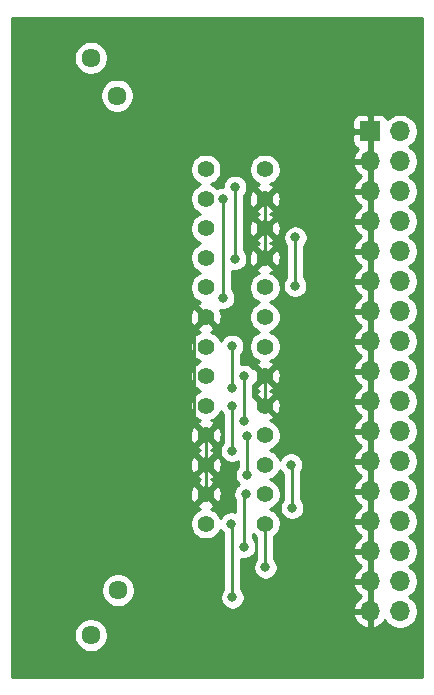
<source format=gbr>
%TF.GenerationSoftware,KiCad,Pcbnew,(5.1.10)-1*%
%TF.CreationDate,2024-05-08T08:18:54+02:00*%
%TF.ProjectId,KC85-FDD_OUT,4b433835-2d46-4444-945f-4f55542e6b69,rev?*%
%TF.SameCoordinates,Original*%
%TF.FileFunction,Copper,L1,Top*%
%TF.FilePolarity,Positive*%
%FSLAX46Y46*%
G04 Gerber Fmt 4.6, Leading zero omitted, Abs format (unit mm)*
G04 Created by KiCad (PCBNEW (5.1.10)-1) date 2024-05-08 08:18:54*
%MOMM*%
%LPD*%
G01*
G04 APERTURE LIST*
%TA.AperFunction,ComponentPad*%
%ADD10O,1.700000X1.700000*%
%TD*%
%TA.AperFunction,ComponentPad*%
%ADD11R,1.700000X1.700000*%
%TD*%
%TA.AperFunction,ComponentPad*%
%ADD12C,1.400000*%
%TD*%
%TA.AperFunction,ComponentPad*%
%ADD13C,1.610000*%
%TD*%
%TA.AperFunction,ViaPad*%
%ADD14C,0.800000*%
%TD*%
%TA.AperFunction,Conductor*%
%ADD15C,0.250000*%
%TD*%
%TA.AperFunction,Conductor*%
%ADD16C,0.254000*%
%TD*%
%TA.AperFunction,Conductor*%
%ADD17C,0.100000*%
%TD*%
G04 APERTURE END LIST*
D10*
%TO.P,J2,34*%
%TO.N,RDY*%
X124967000Y-143645001D03*
%TO.P,J2,33*%
%TO.N,GND*%
X122427000Y-143645001D03*
%TO.P,J2,32*%
%TO.N,SS*%
X124967000Y-141105001D03*
%TO.P,J2,31*%
%TO.N,GND*%
X122427000Y-141105001D03*
%TO.P,J2,30*%
%TO.N,RD*%
X124967000Y-138565001D03*
%TO.P,J2,29*%
%TO.N,GND*%
X122427000Y-138565001D03*
%TO.P,J2,28*%
%TO.N,WP*%
X124967000Y-136025001D03*
%TO.P,J2,27*%
%TO.N,GND*%
X122427000Y-136025001D03*
%TO.P,J2,26*%
%TO.N,T0*%
X124967000Y-133485001D03*
%TO.P,J2,25*%
%TO.N,GND*%
X122427000Y-133485001D03*
%TO.P,J2,24*%
%TO.N,WE*%
X124967000Y-130945001D03*
%TO.P,J2,23*%
%TO.N,GND*%
X122427000Y-130945001D03*
%TO.P,J2,22*%
%TO.N,WD*%
X124967000Y-128405001D03*
%TO.P,J2,21*%
%TO.N,GND*%
X122427000Y-128405001D03*
%TO.P,J2,20*%
%TO.N,ST*%
X124967000Y-125865001D03*
%TO.P,J2,19*%
%TO.N,GND*%
X122427000Y-125865001D03*
%TO.P,J2,18*%
%TO.N,SD*%
X124967000Y-123325001D03*
%TO.P,J2,17*%
%TO.N,GND*%
X122427000Y-123325001D03*
%TO.P,J2,16*%
%TO.N,N/C*%
X124967000Y-120785001D03*
%TO.P,J2,15*%
%TO.N,GND*%
X122427000Y-120785001D03*
%TO.P,J2,14*%
%TO.N,SE2*%
X124967000Y-118245001D03*
%TO.P,J2,13*%
%TO.N,GND*%
X122427000Y-118245001D03*
%TO.P,J2,12*%
%TO.N,SE1*%
X124967000Y-115705001D03*
%TO.P,J2,11*%
%TO.N,GND*%
X122427000Y-115705001D03*
%TO.P,J2,10*%
%TO.N,SE0*%
X124967000Y-113165001D03*
%TO.P,J2,9*%
%TO.N,GND*%
X122427000Y-113165001D03*
%TO.P,J2,8*%
%TO.N,IX*%
X124967000Y-110625001D03*
%TO.P,J2,7*%
%TO.N,GND*%
X122427000Y-110625001D03*
%TO.P,J2,6*%
%TO.N,SE3*%
X124967000Y-108085001D03*
%TO.P,J2,5*%
%TO.N,GND*%
X122427000Y-108085001D03*
%TO.P,J2,4*%
%TO.N,N/C*%
X124967000Y-105545001D03*
%TO.P,J2,3*%
%TO.N,GND*%
X122427000Y-105545001D03*
%TO.P,J2,2*%
%TO.N,N/C*%
X124967000Y-103005001D03*
D11*
%TO.P,J2,1*%
%TO.N,GND*%
X122427000Y-103005001D03*
%TD*%
D12*
%TO.P,J1,a13*%
%TO.N,RDY*%
X108512000Y-136224000D03*
%TO.P,J1,a12*%
%TO.N,GND*%
X108512000Y-133724000D03*
%TO.P,J1,a11*%
X108512000Y-131224000D03*
%TO.P,J1,a10*%
X108512000Y-128724000D03*
%TO.P,J1,a9*%
%TO.N,WE*%
X108512000Y-126224000D03*
%TO.P,J1,a8*%
%TO.N,WD*%
X108512000Y-123724000D03*
%TO.P,J1,a7*%
%TO.N,ST*%
X108512000Y-121224000D03*
%TO.P,J1,a6*%
%TO.N,GND*%
X108512000Y-118724000D03*
%TO.P,J1,a5*%
%TO.N,SE1*%
X108512000Y-116224000D03*
%TO.P,J1,a4*%
%TO.N,SE3*%
X108512000Y-113724000D03*
%TO.P,J1,a3*%
%TO.N,IX*%
X108512000Y-111224000D03*
%TO.P,J1,a2*%
%TO.N,SE2*%
X108512000Y-108724000D03*
%TO.P,J1,a1*%
%TO.N,N/C*%
X108512000Y-106224000D03*
%TO.P,J1,b13*%
%TO.N,SS*%
X113512000Y-136224000D03*
%TO.P,J1,b12*%
%TO.N,RD*%
X113512000Y-133724000D03*
%TO.P,J1,b11*%
%TO.N,WP*%
X113512000Y-131224000D03*
%TO.P,J1,b10*%
%TO.N,T0*%
X113512000Y-128724000D03*
%TO.P,J1,b9*%
%TO.N,GND*%
X113512000Y-126224000D03*
%TO.P,J1,b8*%
X113512000Y-123724000D03*
%TO.P,J1,b7*%
%TO.N,SD*%
X113512000Y-121224000D03*
%TO.P,J1,b6*%
%TO.N,N/C*%
X113512000Y-118724000D03*
%TO.P,J1,b5*%
%TO.N,SE0*%
X113512000Y-116224000D03*
%TO.P,J1,b4*%
%TO.N,GND*%
X113512000Y-113724000D03*
%TO.P,J1,b3*%
X113512000Y-111224000D03*
%TO.P,J1,b2*%
X113512000Y-108724000D03*
%TO.P,J1,b1*%
%TO.N,N/C*%
X113512000Y-106224000D03*
D13*
%TO.P,J1,*%
%TO.N,*%
X101092000Y-141859000D03*
X101012000Y-99974000D03*
X98780600Y-145669000D03*
X98780600Y-96774000D03*
%TD*%
D14*
%TO.N,RDY*%
X110664000Y-136224000D03*
X110768000Y-142470000D03*
%TO.N,WE*%
X110730000Y-126224000D03*
X110744000Y-130048000D03*
%TO.N,WD*%
X111760000Y-127508000D03*
X111734000Y-123724000D03*
%TO.N,ST*%
X110744000Y-121158000D03*
X110779001Y-124749001D03*
%TO.N,SE3*%
X110998000Y-107696000D03*
X110998000Y-113792000D03*
%TO.N,SE2*%
X109970000Y-108724000D03*
X109982000Y-117094000D03*
%TO.N,SS*%
X113562000Y-139930000D03*
%TO.N,RD*%
X111894000Y-133724000D03*
X111760000Y-138176000D03*
%TO.N,WP*%
X115730000Y-131224000D03*
X115824000Y-134874000D03*
%TO.N,T0*%
X112014000Y-128778000D03*
X112014000Y-132080000D03*
%TO.N,SE0*%
X116102000Y-111990000D03*
X116078000Y-116078000D03*
%TD*%
D15*
%TO.N,RDY*%
X110768000Y-136328000D02*
X110664000Y-136224000D01*
X110768000Y-142470000D02*
X110768000Y-136328000D01*
%TO.N,GND*%
X108512000Y-133724000D02*
X108512000Y-128724000D01*
X113512000Y-126224000D02*
X113512000Y-123724000D01*
X107486999Y-119749001D02*
X108512000Y-118724000D01*
X107486999Y-127698999D02*
X107486999Y-119749001D01*
X108512000Y-128724000D02*
X107486999Y-127698999D01*
X113512000Y-113724000D02*
X113512000Y-108724000D01*
X122427000Y-103005001D02*
X122427000Y-143645001D01*
%TO.N,WE*%
X110744000Y-126238000D02*
X110730000Y-126224000D01*
X110744000Y-130048000D02*
X110744000Y-126238000D01*
%TO.N,WD*%
X111760000Y-123750000D02*
X111734000Y-123724000D01*
X111760000Y-127508000D02*
X111760000Y-123750000D01*
%TO.N,ST*%
X110779001Y-121193001D02*
X110744000Y-121158000D01*
X110779001Y-124749001D02*
X110779001Y-121193001D01*
%TO.N,SE3*%
X110998000Y-113792000D02*
X110998000Y-107696000D01*
%TO.N,SE2*%
X109982000Y-108736000D02*
X109970000Y-108724000D01*
X109982000Y-117094000D02*
X109982000Y-108736000D01*
%TO.N,SS*%
X113562000Y-136274000D02*
X113512000Y-136224000D01*
X113562000Y-139930000D02*
X113562000Y-136274000D01*
%TO.N,RD*%
X111760000Y-133858000D02*
X111894000Y-133724000D01*
X111760000Y-138176000D02*
X111760000Y-133858000D01*
%TO.N,WP*%
X115824000Y-131318000D02*
X115730000Y-131224000D01*
X115824000Y-134874000D02*
X115824000Y-131318000D01*
%TO.N,T0*%
X112014000Y-132080000D02*
X112014000Y-128778000D01*
%TO.N,SE0*%
X116078000Y-112014000D02*
X116102000Y-111990000D01*
X116078000Y-116078000D02*
X116078000Y-112014000D01*
%TD*%
D16*
%TO.N,GND*%
X126848000Y-149200000D02*
X92100000Y-149200000D01*
X92100000Y-145527172D01*
X97340600Y-145527172D01*
X97340600Y-145810828D01*
X97395938Y-146089033D01*
X97504488Y-146351096D01*
X97662079Y-146586947D01*
X97862653Y-146787521D01*
X98098504Y-146945112D01*
X98360567Y-147053662D01*
X98638772Y-147109000D01*
X98922428Y-147109000D01*
X99200633Y-147053662D01*
X99462696Y-146945112D01*
X99698547Y-146787521D01*
X99899121Y-146586947D01*
X100056712Y-146351096D01*
X100165262Y-146089033D01*
X100220600Y-145810828D01*
X100220600Y-145527172D01*
X100165262Y-145248967D01*
X100056712Y-144986904D01*
X99899121Y-144751053D01*
X99698547Y-144550479D01*
X99462696Y-144392888D01*
X99200633Y-144284338D01*
X98922428Y-144229000D01*
X98638772Y-144229000D01*
X98360567Y-144284338D01*
X98098504Y-144392888D01*
X97862653Y-144550479D01*
X97662079Y-144751053D01*
X97504488Y-144986904D01*
X97395938Y-145248967D01*
X97340600Y-145527172D01*
X92100000Y-145527172D01*
X92100000Y-144001891D01*
X120985524Y-144001891D01*
X121030175Y-144149100D01*
X121155359Y-144411921D01*
X121329412Y-144645270D01*
X121545645Y-144840179D01*
X121795748Y-144989158D01*
X122070109Y-145086482D01*
X122300000Y-144965815D01*
X122300000Y-143772001D01*
X121106845Y-143772001D01*
X120985524Y-144001891D01*
X92100000Y-144001891D01*
X92100000Y-141717172D01*
X99652000Y-141717172D01*
X99652000Y-142000828D01*
X99707338Y-142279033D01*
X99815888Y-142541096D01*
X99973479Y-142776947D01*
X100174053Y-142977521D01*
X100409904Y-143135112D01*
X100671967Y-143243662D01*
X100950172Y-143299000D01*
X101233828Y-143299000D01*
X101512033Y-143243662D01*
X101774096Y-143135112D01*
X102009947Y-142977521D01*
X102210521Y-142776947D01*
X102368112Y-142541096D01*
X102476662Y-142279033D01*
X102532000Y-142000828D01*
X102532000Y-141717172D01*
X102476662Y-141438967D01*
X102368112Y-141176904D01*
X102210521Y-140941053D01*
X102009947Y-140740479D01*
X101774096Y-140582888D01*
X101512033Y-140474338D01*
X101233828Y-140419000D01*
X100950172Y-140419000D01*
X100671967Y-140474338D01*
X100409904Y-140582888D01*
X100174053Y-140740479D01*
X99973479Y-140941053D01*
X99815888Y-141176904D01*
X99707338Y-141438967D01*
X99652000Y-141717172D01*
X92100000Y-141717172D01*
X92100000Y-133798473D01*
X107172610Y-133798473D01*
X107212875Y-134058344D01*
X107303065Y-134305366D01*
X107356963Y-134406203D01*
X107590731Y-134465664D01*
X108332395Y-133724000D01*
X108691605Y-133724000D01*
X109433269Y-134465664D01*
X109667037Y-134406203D01*
X109777934Y-134167758D01*
X109840183Y-133912260D01*
X109851390Y-133649527D01*
X109811125Y-133389656D01*
X109720935Y-133142634D01*
X109667037Y-133041797D01*
X109433269Y-132982336D01*
X108691605Y-133724000D01*
X108332395Y-133724000D01*
X107590731Y-132982336D01*
X107356963Y-133041797D01*
X107246066Y-133280242D01*
X107183817Y-133535740D01*
X107172610Y-133798473D01*
X92100000Y-133798473D01*
X92100000Y-132145269D01*
X107770336Y-132145269D01*
X107829797Y-132379037D01*
X108037995Y-132475867D01*
X107930634Y-132515065D01*
X107829797Y-132568963D01*
X107770336Y-132802731D01*
X108512000Y-133544395D01*
X109253664Y-132802731D01*
X109194203Y-132568963D01*
X108986005Y-132472133D01*
X109093366Y-132432935D01*
X109194203Y-132379037D01*
X109253664Y-132145269D01*
X108512000Y-131403605D01*
X107770336Y-132145269D01*
X92100000Y-132145269D01*
X92100000Y-131298473D01*
X107172610Y-131298473D01*
X107212875Y-131558344D01*
X107303065Y-131805366D01*
X107356963Y-131906203D01*
X107590731Y-131965664D01*
X108332395Y-131224000D01*
X108691605Y-131224000D01*
X109433269Y-131965664D01*
X109667037Y-131906203D01*
X109777934Y-131667758D01*
X109840183Y-131412260D01*
X109851390Y-131149527D01*
X109811125Y-130889656D01*
X109720935Y-130642634D01*
X109667037Y-130541797D01*
X109433269Y-130482336D01*
X108691605Y-131224000D01*
X108332395Y-131224000D01*
X107590731Y-130482336D01*
X107356963Y-130541797D01*
X107246066Y-130780242D01*
X107183817Y-131035740D01*
X107172610Y-131298473D01*
X92100000Y-131298473D01*
X92100000Y-129645269D01*
X107770336Y-129645269D01*
X107829797Y-129879037D01*
X108037995Y-129975867D01*
X107930634Y-130015065D01*
X107829797Y-130068963D01*
X107770336Y-130302731D01*
X108512000Y-131044395D01*
X109253664Y-130302731D01*
X109194203Y-130068963D01*
X108986005Y-129972133D01*
X109093366Y-129932935D01*
X109194203Y-129879037D01*
X109253664Y-129645269D01*
X108512000Y-128903605D01*
X107770336Y-129645269D01*
X92100000Y-129645269D01*
X92100000Y-128798473D01*
X107172610Y-128798473D01*
X107212875Y-129058344D01*
X107303065Y-129305366D01*
X107356963Y-129406203D01*
X107590731Y-129465664D01*
X108332395Y-128724000D01*
X108691605Y-128724000D01*
X109433269Y-129465664D01*
X109667037Y-129406203D01*
X109777934Y-129167758D01*
X109840183Y-128912260D01*
X109851390Y-128649527D01*
X109811125Y-128389656D01*
X109720935Y-128142634D01*
X109667037Y-128041797D01*
X109433269Y-127982336D01*
X108691605Y-128724000D01*
X108332395Y-128724000D01*
X107590731Y-127982336D01*
X107356963Y-128041797D01*
X107246066Y-128280242D01*
X107183817Y-128535740D01*
X107172610Y-128798473D01*
X92100000Y-128798473D01*
X92100000Y-121092514D01*
X107177000Y-121092514D01*
X107177000Y-121355486D01*
X107228304Y-121613405D01*
X107328939Y-121856359D01*
X107475038Y-122075013D01*
X107660987Y-122260962D01*
X107879641Y-122407061D01*
X108041246Y-122474000D01*
X107879641Y-122540939D01*
X107660987Y-122687038D01*
X107475038Y-122872987D01*
X107328939Y-123091641D01*
X107228304Y-123334595D01*
X107177000Y-123592514D01*
X107177000Y-123855486D01*
X107228304Y-124113405D01*
X107328939Y-124356359D01*
X107475038Y-124575013D01*
X107660987Y-124760962D01*
X107879641Y-124907061D01*
X108041246Y-124974000D01*
X107879641Y-125040939D01*
X107660987Y-125187038D01*
X107475038Y-125372987D01*
X107328939Y-125591641D01*
X107228304Y-125834595D01*
X107177000Y-126092514D01*
X107177000Y-126355486D01*
X107228304Y-126613405D01*
X107328939Y-126856359D01*
X107475038Y-127075013D01*
X107660987Y-127260962D01*
X107879641Y-127407061D01*
X108042118Y-127474361D01*
X107930634Y-127515065D01*
X107829797Y-127568963D01*
X107770336Y-127802731D01*
X108512000Y-128544395D01*
X109253664Y-127802731D01*
X109194203Y-127568963D01*
X108986596Y-127472408D01*
X109144359Y-127407061D01*
X109363013Y-127260962D01*
X109548962Y-127075013D01*
X109695061Y-126856359D01*
X109783358Y-126643190D01*
X109812795Y-126714256D01*
X109926063Y-126883774D01*
X109984001Y-126941712D01*
X109984000Y-129344289D01*
X109940063Y-129388226D01*
X109826795Y-129557744D01*
X109748774Y-129746102D01*
X109709000Y-129946061D01*
X109709000Y-130149939D01*
X109748774Y-130349898D01*
X109826795Y-130538256D01*
X109940063Y-130707774D01*
X110084226Y-130851937D01*
X110253744Y-130965205D01*
X110442102Y-131043226D01*
X110642061Y-131083000D01*
X110845939Y-131083000D01*
X111045898Y-131043226D01*
X111234256Y-130965205D01*
X111254000Y-130952012D01*
X111254000Y-131376289D01*
X111210063Y-131420226D01*
X111096795Y-131589744D01*
X111018774Y-131778102D01*
X110979000Y-131978061D01*
X110979000Y-132181939D01*
X111018774Y-132381898D01*
X111096795Y-132570256D01*
X111210063Y-132739774D01*
X111327817Y-132857528D01*
X111234226Y-132920063D01*
X111090063Y-133064226D01*
X110976795Y-133233744D01*
X110898774Y-133422102D01*
X110859000Y-133622061D01*
X110859000Y-133825939D01*
X110898774Y-134025898D01*
X110976795Y-134214256D01*
X111000001Y-134248986D01*
X111000001Y-135242900D01*
X110965898Y-135228774D01*
X110765939Y-135189000D01*
X110562061Y-135189000D01*
X110362102Y-135228774D01*
X110173744Y-135306795D01*
X110004226Y-135420063D01*
X109860063Y-135564226D01*
X109751195Y-135727159D01*
X109695061Y-135591641D01*
X109548962Y-135372987D01*
X109363013Y-135187038D01*
X109144359Y-135040939D01*
X108981882Y-134973639D01*
X109093366Y-134932935D01*
X109194203Y-134879037D01*
X109253664Y-134645269D01*
X108512000Y-133903605D01*
X107770336Y-134645269D01*
X107829797Y-134879037D01*
X108037404Y-134975592D01*
X107879641Y-135040939D01*
X107660987Y-135187038D01*
X107475038Y-135372987D01*
X107328939Y-135591641D01*
X107228304Y-135834595D01*
X107177000Y-136092514D01*
X107177000Y-136355486D01*
X107228304Y-136613405D01*
X107328939Y-136856359D01*
X107475038Y-137075013D01*
X107660987Y-137260962D01*
X107879641Y-137407061D01*
X108122595Y-137507696D01*
X108380514Y-137559000D01*
X108643486Y-137559000D01*
X108901405Y-137507696D01*
X109144359Y-137407061D01*
X109363013Y-137260962D01*
X109548962Y-137075013D01*
X109695061Y-136856359D01*
X109751195Y-136720841D01*
X109860063Y-136883774D01*
X110004226Y-137027937D01*
X110008001Y-137030459D01*
X110008000Y-141766289D01*
X109964063Y-141810226D01*
X109850795Y-141979744D01*
X109772774Y-142168102D01*
X109733000Y-142368061D01*
X109733000Y-142571939D01*
X109772774Y-142771898D01*
X109850795Y-142960256D01*
X109964063Y-143129774D01*
X110108226Y-143273937D01*
X110277744Y-143387205D01*
X110466102Y-143465226D01*
X110666061Y-143505000D01*
X110869939Y-143505000D01*
X111069898Y-143465226D01*
X111258256Y-143387205D01*
X111427774Y-143273937D01*
X111571937Y-143129774D01*
X111685205Y-142960256D01*
X111763226Y-142771898D01*
X111803000Y-142571939D01*
X111803000Y-142368061D01*
X111763226Y-142168102D01*
X111685205Y-141979744D01*
X111571937Y-141810226D01*
X111528000Y-141766289D01*
X111528000Y-141461891D01*
X120985524Y-141461891D01*
X121030175Y-141609100D01*
X121155359Y-141871921D01*
X121329412Y-142105270D01*
X121545645Y-142300179D01*
X121671255Y-142375001D01*
X121545645Y-142449823D01*
X121329412Y-142644732D01*
X121155359Y-142878081D01*
X121030175Y-143140902D01*
X120985524Y-143288111D01*
X121106845Y-143518001D01*
X122300000Y-143518001D01*
X122300000Y-141232001D01*
X121106845Y-141232001D01*
X120985524Y-141461891D01*
X111528000Y-141461891D01*
X111528000Y-139185129D01*
X111658061Y-139211000D01*
X111861939Y-139211000D01*
X112061898Y-139171226D01*
X112250256Y-139093205D01*
X112419774Y-138979937D01*
X112563937Y-138835774D01*
X112677205Y-138666256D01*
X112755226Y-138477898D01*
X112795000Y-138277939D01*
X112795000Y-138074061D01*
X112755226Y-137874102D01*
X112677205Y-137685744D01*
X112563937Y-137516226D01*
X112520000Y-137472289D01*
X112520000Y-137119975D01*
X112660987Y-137260962D01*
X112802001Y-137355184D01*
X112802000Y-139226289D01*
X112758063Y-139270226D01*
X112644795Y-139439744D01*
X112566774Y-139628102D01*
X112527000Y-139828061D01*
X112527000Y-140031939D01*
X112566774Y-140231898D01*
X112644795Y-140420256D01*
X112758063Y-140589774D01*
X112902226Y-140733937D01*
X113071744Y-140847205D01*
X113260102Y-140925226D01*
X113460061Y-140965000D01*
X113663939Y-140965000D01*
X113863898Y-140925226D01*
X114052256Y-140847205D01*
X114221774Y-140733937D01*
X114365937Y-140589774D01*
X114479205Y-140420256D01*
X114557226Y-140231898D01*
X114597000Y-140031939D01*
X114597000Y-139828061D01*
X114557226Y-139628102D01*
X114479205Y-139439744D01*
X114365937Y-139270226D01*
X114322000Y-139226289D01*
X114322000Y-138921891D01*
X120985524Y-138921891D01*
X121030175Y-139069100D01*
X121155359Y-139331921D01*
X121329412Y-139565270D01*
X121545645Y-139760179D01*
X121671255Y-139835001D01*
X121545645Y-139909823D01*
X121329412Y-140104732D01*
X121155359Y-140338081D01*
X121030175Y-140600902D01*
X120985524Y-140748111D01*
X121106845Y-140978001D01*
X122300000Y-140978001D01*
X122300000Y-138692001D01*
X121106845Y-138692001D01*
X120985524Y-138921891D01*
X114322000Y-138921891D01*
X114322000Y-137288366D01*
X114363013Y-137260962D01*
X114548962Y-137075013D01*
X114695061Y-136856359D01*
X114795696Y-136613405D01*
X114841747Y-136381891D01*
X120985524Y-136381891D01*
X121030175Y-136529100D01*
X121155359Y-136791921D01*
X121329412Y-137025270D01*
X121545645Y-137220179D01*
X121671255Y-137295001D01*
X121545645Y-137369823D01*
X121329412Y-137564732D01*
X121155359Y-137798081D01*
X121030175Y-138060902D01*
X120985524Y-138208111D01*
X121106845Y-138438001D01*
X122300000Y-138438001D01*
X122300000Y-136152001D01*
X121106845Y-136152001D01*
X120985524Y-136381891D01*
X114841747Y-136381891D01*
X114847000Y-136355486D01*
X114847000Y-136092514D01*
X114795696Y-135834595D01*
X114695061Y-135591641D01*
X114548962Y-135372987D01*
X114363013Y-135187038D01*
X114144359Y-135040939D01*
X113982754Y-134974000D01*
X114144359Y-134907061D01*
X114363013Y-134760962D01*
X114548962Y-134575013D01*
X114695061Y-134356359D01*
X114795696Y-134113405D01*
X114847000Y-133855486D01*
X114847000Y-133592514D01*
X114795696Y-133334595D01*
X114695061Y-133091641D01*
X114548962Y-132872987D01*
X114363013Y-132687038D01*
X114144359Y-132540939D01*
X113982754Y-132474000D01*
X114144359Y-132407061D01*
X114363013Y-132260962D01*
X114548962Y-132075013D01*
X114695061Y-131856359D01*
X114783358Y-131643190D01*
X114812795Y-131714256D01*
X114926063Y-131883774D01*
X115064001Y-132021712D01*
X115064000Y-134170289D01*
X115020063Y-134214226D01*
X114906795Y-134383744D01*
X114828774Y-134572102D01*
X114789000Y-134772061D01*
X114789000Y-134975939D01*
X114828774Y-135175898D01*
X114906795Y-135364256D01*
X115020063Y-135533774D01*
X115164226Y-135677937D01*
X115333744Y-135791205D01*
X115522102Y-135869226D01*
X115722061Y-135909000D01*
X115925939Y-135909000D01*
X116125898Y-135869226D01*
X116314256Y-135791205D01*
X116483774Y-135677937D01*
X116627937Y-135533774D01*
X116741205Y-135364256D01*
X116819226Y-135175898D01*
X116859000Y-134975939D01*
X116859000Y-134772061D01*
X116819226Y-134572102D01*
X116741205Y-134383744D01*
X116627937Y-134214226D01*
X116584000Y-134170289D01*
X116584000Y-133841891D01*
X120985524Y-133841891D01*
X121030175Y-133989100D01*
X121155359Y-134251921D01*
X121329412Y-134485270D01*
X121545645Y-134680179D01*
X121671255Y-134755001D01*
X121545645Y-134829823D01*
X121329412Y-135024732D01*
X121155359Y-135258081D01*
X121030175Y-135520902D01*
X120985524Y-135668111D01*
X121106845Y-135898001D01*
X122300000Y-135898001D01*
X122300000Y-133612001D01*
X121106845Y-133612001D01*
X120985524Y-133841891D01*
X116584000Y-133841891D01*
X116584000Y-131808849D01*
X116647205Y-131714256D01*
X116725226Y-131525898D01*
X116765000Y-131325939D01*
X116765000Y-131301891D01*
X120985524Y-131301891D01*
X121030175Y-131449100D01*
X121155359Y-131711921D01*
X121329412Y-131945270D01*
X121545645Y-132140179D01*
X121671255Y-132215001D01*
X121545645Y-132289823D01*
X121329412Y-132484732D01*
X121155359Y-132718081D01*
X121030175Y-132980902D01*
X120985524Y-133128111D01*
X121106845Y-133358001D01*
X122300000Y-133358001D01*
X122300000Y-131072001D01*
X121106845Y-131072001D01*
X120985524Y-131301891D01*
X116765000Y-131301891D01*
X116765000Y-131122061D01*
X116725226Y-130922102D01*
X116647205Y-130733744D01*
X116533937Y-130564226D01*
X116389774Y-130420063D01*
X116220256Y-130306795D01*
X116031898Y-130228774D01*
X115831939Y-130189000D01*
X115628061Y-130189000D01*
X115428102Y-130228774D01*
X115239744Y-130306795D01*
X115070226Y-130420063D01*
X114926063Y-130564226D01*
X114812795Y-130733744D01*
X114783358Y-130804810D01*
X114695061Y-130591641D01*
X114548962Y-130372987D01*
X114363013Y-130187038D01*
X114144359Y-130040939D01*
X113982754Y-129974000D01*
X114144359Y-129907061D01*
X114363013Y-129760962D01*
X114548962Y-129575013D01*
X114695061Y-129356359D01*
X114795696Y-129113405D01*
X114847000Y-128855486D01*
X114847000Y-128761891D01*
X120985524Y-128761891D01*
X121030175Y-128909100D01*
X121155359Y-129171921D01*
X121329412Y-129405270D01*
X121545645Y-129600179D01*
X121671255Y-129675001D01*
X121545645Y-129749823D01*
X121329412Y-129944732D01*
X121155359Y-130178081D01*
X121030175Y-130440902D01*
X120985524Y-130588111D01*
X121106845Y-130818001D01*
X122300000Y-130818001D01*
X122300000Y-128532001D01*
X121106845Y-128532001D01*
X120985524Y-128761891D01*
X114847000Y-128761891D01*
X114847000Y-128592514D01*
X114795696Y-128334595D01*
X114695061Y-128091641D01*
X114548962Y-127872987D01*
X114363013Y-127687038D01*
X114144359Y-127540939D01*
X113981882Y-127473639D01*
X114093366Y-127432935D01*
X114194203Y-127379037D01*
X114253664Y-127145269D01*
X113512000Y-126403605D01*
X113497858Y-126417748D01*
X113318253Y-126238143D01*
X113332395Y-126224000D01*
X113691605Y-126224000D01*
X114433269Y-126965664D01*
X114667037Y-126906203D01*
X114777934Y-126667758D01*
X114840183Y-126412260D01*
X114848303Y-126221891D01*
X120985524Y-126221891D01*
X121030175Y-126369100D01*
X121155359Y-126631921D01*
X121329412Y-126865270D01*
X121545645Y-127060179D01*
X121671255Y-127135001D01*
X121545645Y-127209823D01*
X121329412Y-127404732D01*
X121155359Y-127638081D01*
X121030175Y-127900902D01*
X120985524Y-128048111D01*
X121106845Y-128278001D01*
X122300000Y-128278001D01*
X122300000Y-125992001D01*
X121106845Y-125992001D01*
X120985524Y-126221891D01*
X114848303Y-126221891D01*
X114851390Y-126149527D01*
X114811125Y-125889656D01*
X114720935Y-125642634D01*
X114667037Y-125541797D01*
X114433269Y-125482336D01*
X113691605Y-126224000D01*
X113332395Y-126224000D01*
X112590731Y-125482336D01*
X112520000Y-125500327D01*
X112520000Y-124645269D01*
X112770336Y-124645269D01*
X112829797Y-124879037D01*
X113037995Y-124975867D01*
X112930634Y-125015065D01*
X112829797Y-125068963D01*
X112770336Y-125302731D01*
X113512000Y-126044395D01*
X114253664Y-125302731D01*
X114194203Y-125068963D01*
X113986005Y-124972133D01*
X114093366Y-124932935D01*
X114194203Y-124879037D01*
X114253664Y-124645269D01*
X113512000Y-123903605D01*
X112770336Y-124645269D01*
X112520000Y-124645269D01*
X112520000Y-124447673D01*
X112590731Y-124465664D01*
X113332395Y-123724000D01*
X113691605Y-123724000D01*
X114433269Y-124465664D01*
X114667037Y-124406203D01*
X114777934Y-124167758D01*
X114840183Y-123912260D01*
X114850009Y-123681891D01*
X120985524Y-123681891D01*
X121030175Y-123829100D01*
X121155359Y-124091921D01*
X121329412Y-124325270D01*
X121545645Y-124520179D01*
X121671255Y-124595001D01*
X121545645Y-124669823D01*
X121329412Y-124864732D01*
X121155359Y-125098081D01*
X121030175Y-125360902D01*
X120985524Y-125508111D01*
X121106845Y-125738001D01*
X122300000Y-125738001D01*
X122300000Y-123452001D01*
X121106845Y-123452001D01*
X120985524Y-123681891D01*
X114850009Y-123681891D01*
X114851390Y-123649527D01*
X114811125Y-123389656D01*
X114720935Y-123142634D01*
X114667037Y-123041797D01*
X114433269Y-122982336D01*
X113691605Y-123724000D01*
X113332395Y-123724000D01*
X112590731Y-122982336D01*
X112483358Y-123009647D01*
X112393774Y-122920063D01*
X112224256Y-122806795D01*
X112035898Y-122728774D01*
X111835939Y-122689000D01*
X111632061Y-122689000D01*
X111539001Y-122707511D01*
X111539001Y-121826710D01*
X111547937Y-121817774D01*
X111661205Y-121648256D01*
X111739226Y-121459898D01*
X111779000Y-121259939D01*
X111779000Y-121056061D01*
X111739226Y-120856102D01*
X111661205Y-120667744D01*
X111547937Y-120498226D01*
X111403774Y-120354063D01*
X111234256Y-120240795D01*
X111045898Y-120162774D01*
X110845939Y-120123000D01*
X110642061Y-120123000D01*
X110442102Y-120162774D01*
X110253744Y-120240795D01*
X110084226Y-120354063D01*
X109940063Y-120498226D01*
X109826795Y-120667744D01*
X109776689Y-120788709D01*
X109695061Y-120591641D01*
X109548962Y-120372987D01*
X109363013Y-120187038D01*
X109144359Y-120040939D01*
X108981882Y-119973639D01*
X109093366Y-119932935D01*
X109194203Y-119879037D01*
X109253664Y-119645269D01*
X108512000Y-118903605D01*
X107770336Y-119645269D01*
X107829797Y-119879037D01*
X108037404Y-119975592D01*
X107879641Y-120040939D01*
X107660987Y-120187038D01*
X107475038Y-120372987D01*
X107328939Y-120591641D01*
X107228304Y-120834595D01*
X107177000Y-121092514D01*
X92100000Y-121092514D01*
X92100000Y-118798473D01*
X107172610Y-118798473D01*
X107212875Y-119058344D01*
X107303065Y-119305366D01*
X107356963Y-119406203D01*
X107590731Y-119465664D01*
X108332395Y-118724000D01*
X107590731Y-117982336D01*
X107356963Y-118041797D01*
X107246066Y-118280242D01*
X107183817Y-118535740D01*
X107172610Y-118798473D01*
X92100000Y-118798473D01*
X92100000Y-106092514D01*
X107177000Y-106092514D01*
X107177000Y-106355486D01*
X107228304Y-106613405D01*
X107328939Y-106856359D01*
X107475038Y-107075013D01*
X107660987Y-107260962D01*
X107879641Y-107407061D01*
X108041246Y-107474000D01*
X107879641Y-107540939D01*
X107660987Y-107687038D01*
X107475038Y-107872987D01*
X107328939Y-108091641D01*
X107228304Y-108334595D01*
X107177000Y-108592514D01*
X107177000Y-108855486D01*
X107228304Y-109113405D01*
X107328939Y-109356359D01*
X107475038Y-109575013D01*
X107660987Y-109760962D01*
X107879641Y-109907061D01*
X108041246Y-109974000D01*
X107879641Y-110040939D01*
X107660987Y-110187038D01*
X107475038Y-110372987D01*
X107328939Y-110591641D01*
X107228304Y-110834595D01*
X107177000Y-111092514D01*
X107177000Y-111355486D01*
X107228304Y-111613405D01*
X107328939Y-111856359D01*
X107475038Y-112075013D01*
X107660987Y-112260962D01*
X107879641Y-112407061D01*
X108041246Y-112474000D01*
X107879641Y-112540939D01*
X107660987Y-112687038D01*
X107475038Y-112872987D01*
X107328939Y-113091641D01*
X107228304Y-113334595D01*
X107177000Y-113592514D01*
X107177000Y-113855486D01*
X107228304Y-114113405D01*
X107328939Y-114356359D01*
X107475038Y-114575013D01*
X107660987Y-114760962D01*
X107879641Y-114907061D01*
X108041246Y-114974000D01*
X107879641Y-115040939D01*
X107660987Y-115187038D01*
X107475038Y-115372987D01*
X107328939Y-115591641D01*
X107228304Y-115834595D01*
X107177000Y-116092514D01*
X107177000Y-116355486D01*
X107228304Y-116613405D01*
X107328939Y-116856359D01*
X107475038Y-117075013D01*
X107660987Y-117260962D01*
X107879641Y-117407061D01*
X108042118Y-117474361D01*
X107930634Y-117515065D01*
X107829797Y-117568963D01*
X107770336Y-117802731D01*
X108512000Y-118544395D01*
X108526143Y-118530253D01*
X108705748Y-118709858D01*
X108691605Y-118724000D01*
X109433269Y-119465664D01*
X109667037Y-119406203D01*
X109777934Y-119167758D01*
X109840183Y-118912260D01*
X109851390Y-118649527D01*
X109811125Y-118389656D01*
X109720935Y-118142634D01*
X109693850Y-118091961D01*
X109880061Y-118129000D01*
X110083939Y-118129000D01*
X110283898Y-118089226D01*
X110472256Y-118011205D01*
X110641774Y-117897937D01*
X110785937Y-117753774D01*
X110899205Y-117584256D01*
X110977226Y-117395898D01*
X111017000Y-117195939D01*
X111017000Y-116992061D01*
X110977226Y-116792102D01*
X110899205Y-116603744D01*
X110785937Y-116434226D01*
X110742000Y-116390289D01*
X110742000Y-116092514D01*
X112177000Y-116092514D01*
X112177000Y-116355486D01*
X112228304Y-116613405D01*
X112328939Y-116856359D01*
X112475038Y-117075013D01*
X112660987Y-117260962D01*
X112879641Y-117407061D01*
X113041246Y-117474000D01*
X112879641Y-117540939D01*
X112660987Y-117687038D01*
X112475038Y-117872987D01*
X112328939Y-118091641D01*
X112228304Y-118334595D01*
X112177000Y-118592514D01*
X112177000Y-118855486D01*
X112228304Y-119113405D01*
X112328939Y-119356359D01*
X112475038Y-119575013D01*
X112660987Y-119760962D01*
X112879641Y-119907061D01*
X113041246Y-119974000D01*
X112879641Y-120040939D01*
X112660987Y-120187038D01*
X112475038Y-120372987D01*
X112328939Y-120591641D01*
X112228304Y-120834595D01*
X112177000Y-121092514D01*
X112177000Y-121355486D01*
X112228304Y-121613405D01*
X112328939Y-121856359D01*
X112475038Y-122075013D01*
X112660987Y-122260962D01*
X112879641Y-122407061D01*
X113042118Y-122474361D01*
X112930634Y-122515065D01*
X112829797Y-122568963D01*
X112770336Y-122802731D01*
X113512000Y-123544395D01*
X114253664Y-122802731D01*
X114194203Y-122568963D01*
X113986596Y-122472408D01*
X114144359Y-122407061D01*
X114363013Y-122260962D01*
X114548962Y-122075013D01*
X114695061Y-121856359D01*
X114795696Y-121613405D01*
X114847000Y-121355486D01*
X114847000Y-121141891D01*
X120985524Y-121141891D01*
X121030175Y-121289100D01*
X121155359Y-121551921D01*
X121329412Y-121785270D01*
X121545645Y-121980179D01*
X121671255Y-122055001D01*
X121545645Y-122129823D01*
X121329412Y-122324732D01*
X121155359Y-122558081D01*
X121030175Y-122820902D01*
X120985524Y-122968111D01*
X121106845Y-123198001D01*
X122300000Y-123198001D01*
X122300000Y-120912001D01*
X121106845Y-120912001D01*
X120985524Y-121141891D01*
X114847000Y-121141891D01*
X114847000Y-121092514D01*
X114795696Y-120834595D01*
X114695061Y-120591641D01*
X114548962Y-120372987D01*
X114363013Y-120187038D01*
X114144359Y-120040939D01*
X113982754Y-119974000D01*
X114144359Y-119907061D01*
X114363013Y-119760962D01*
X114548962Y-119575013D01*
X114695061Y-119356359D01*
X114795696Y-119113405D01*
X114847000Y-118855486D01*
X114847000Y-118601891D01*
X120985524Y-118601891D01*
X121030175Y-118749100D01*
X121155359Y-119011921D01*
X121329412Y-119245270D01*
X121545645Y-119440179D01*
X121671255Y-119515001D01*
X121545645Y-119589823D01*
X121329412Y-119784732D01*
X121155359Y-120018081D01*
X121030175Y-120280902D01*
X120985524Y-120428111D01*
X121106845Y-120658001D01*
X122300000Y-120658001D01*
X122300000Y-118372001D01*
X121106845Y-118372001D01*
X120985524Y-118601891D01*
X114847000Y-118601891D01*
X114847000Y-118592514D01*
X114795696Y-118334595D01*
X114695061Y-118091641D01*
X114548962Y-117872987D01*
X114363013Y-117687038D01*
X114144359Y-117540939D01*
X113982754Y-117474000D01*
X114144359Y-117407061D01*
X114363013Y-117260962D01*
X114548962Y-117075013D01*
X114695061Y-116856359D01*
X114795696Y-116613405D01*
X114847000Y-116355486D01*
X114847000Y-116092514D01*
X114823836Y-115976061D01*
X115043000Y-115976061D01*
X115043000Y-116179939D01*
X115082774Y-116379898D01*
X115160795Y-116568256D01*
X115274063Y-116737774D01*
X115418226Y-116881937D01*
X115587744Y-116995205D01*
X115776102Y-117073226D01*
X115976061Y-117113000D01*
X116179939Y-117113000D01*
X116379898Y-117073226D01*
X116568256Y-116995205D01*
X116737774Y-116881937D01*
X116881937Y-116737774D01*
X116995205Y-116568256D01*
X117073226Y-116379898D01*
X117113000Y-116179939D01*
X117113000Y-116061891D01*
X120985524Y-116061891D01*
X121030175Y-116209100D01*
X121155359Y-116471921D01*
X121329412Y-116705270D01*
X121545645Y-116900179D01*
X121671255Y-116975001D01*
X121545645Y-117049823D01*
X121329412Y-117244732D01*
X121155359Y-117478081D01*
X121030175Y-117740902D01*
X120985524Y-117888111D01*
X121106845Y-118118001D01*
X122300000Y-118118001D01*
X122300000Y-115832001D01*
X121106845Y-115832001D01*
X120985524Y-116061891D01*
X117113000Y-116061891D01*
X117113000Y-115976061D01*
X117073226Y-115776102D01*
X116995205Y-115587744D01*
X116881937Y-115418226D01*
X116838000Y-115374289D01*
X116838000Y-113521891D01*
X120985524Y-113521891D01*
X121030175Y-113669100D01*
X121155359Y-113931921D01*
X121329412Y-114165270D01*
X121545645Y-114360179D01*
X121671255Y-114435001D01*
X121545645Y-114509823D01*
X121329412Y-114704732D01*
X121155359Y-114938081D01*
X121030175Y-115200902D01*
X120985524Y-115348111D01*
X121106845Y-115578001D01*
X122300000Y-115578001D01*
X122300000Y-113292001D01*
X121106845Y-113292001D01*
X120985524Y-113521891D01*
X116838000Y-113521891D01*
X116838000Y-112717711D01*
X116905937Y-112649774D01*
X117019205Y-112480256D01*
X117097226Y-112291898D01*
X117137000Y-112091939D01*
X117137000Y-111888061D01*
X117097226Y-111688102D01*
X117019205Y-111499744D01*
X116905937Y-111330226D01*
X116761774Y-111186063D01*
X116592256Y-111072795D01*
X116403898Y-110994774D01*
X116339131Y-110981891D01*
X120985524Y-110981891D01*
X121030175Y-111129100D01*
X121155359Y-111391921D01*
X121329412Y-111625270D01*
X121545645Y-111820179D01*
X121671255Y-111895001D01*
X121545645Y-111969823D01*
X121329412Y-112164732D01*
X121155359Y-112398081D01*
X121030175Y-112660902D01*
X120985524Y-112808111D01*
X121106845Y-113038001D01*
X122300000Y-113038001D01*
X122300000Y-110752001D01*
X121106845Y-110752001D01*
X120985524Y-110981891D01*
X116339131Y-110981891D01*
X116203939Y-110955000D01*
X116000061Y-110955000D01*
X115800102Y-110994774D01*
X115611744Y-111072795D01*
X115442226Y-111186063D01*
X115298063Y-111330226D01*
X115184795Y-111499744D01*
X115106774Y-111688102D01*
X115067000Y-111888061D01*
X115067000Y-112091939D01*
X115106774Y-112291898D01*
X115184795Y-112480256D01*
X115298063Y-112649774D01*
X115318001Y-112669712D01*
X115318000Y-115374289D01*
X115274063Y-115418226D01*
X115160795Y-115587744D01*
X115082774Y-115776102D01*
X115043000Y-115976061D01*
X114823836Y-115976061D01*
X114795696Y-115834595D01*
X114695061Y-115591641D01*
X114548962Y-115372987D01*
X114363013Y-115187038D01*
X114144359Y-115040939D01*
X113981882Y-114973639D01*
X114093366Y-114932935D01*
X114194203Y-114879037D01*
X114253664Y-114645269D01*
X113512000Y-113903605D01*
X112770336Y-114645269D01*
X112829797Y-114879037D01*
X113037404Y-114975592D01*
X112879641Y-115040939D01*
X112660987Y-115187038D01*
X112475038Y-115372987D01*
X112328939Y-115591641D01*
X112228304Y-115834595D01*
X112177000Y-116092514D01*
X110742000Y-116092514D01*
X110742000Y-114796356D01*
X110896061Y-114827000D01*
X111099939Y-114827000D01*
X111299898Y-114787226D01*
X111488256Y-114709205D01*
X111657774Y-114595937D01*
X111801937Y-114451774D01*
X111915205Y-114282256D01*
X111993226Y-114093898D01*
X112033000Y-113893939D01*
X112033000Y-113798473D01*
X112172610Y-113798473D01*
X112212875Y-114058344D01*
X112303065Y-114305366D01*
X112356963Y-114406203D01*
X112590731Y-114465664D01*
X113332395Y-113724000D01*
X113691605Y-113724000D01*
X114433269Y-114465664D01*
X114667037Y-114406203D01*
X114777934Y-114167758D01*
X114840183Y-113912260D01*
X114851390Y-113649527D01*
X114811125Y-113389656D01*
X114720935Y-113142634D01*
X114667037Y-113041797D01*
X114433269Y-112982336D01*
X113691605Y-113724000D01*
X113332395Y-113724000D01*
X112590731Y-112982336D01*
X112356963Y-113041797D01*
X112246066Y-113280242D01*
X112183817Y-113535740D01*
X112172610Y-113798473D01*
X112033000Y-113798473D01*
X112033000Y-113690061D01*
X111993226Y-113490102D01*
X111915205Y-113301744D01*
X111801937Y-113132226D01*
X111758000Y-113088289D01*
X111758000Y-112145269D01*
X112770336Y-112145269D01*
X112829797Y-112379037D01*
X113037995Y-112475867D01*
X112930634Y-112515065D01*
X112829797Y-112568963D01*
X112770336Y-112802731D01*
X113512000Y-113544395D01*
X114253664Y-112802731D01*
X114194203Y-112568963D01*
X113986005Y-112472133D01*
X114093366Y-112432935D01*
X114194203Y-112379037D01*
X114253664Y-112145269D01*
X113512000Y-111403605D01*
X112770336Y-112145269D01*
X111758000Y-112145269D01*
X111758000Y-111298473D01*
X112172610Y-111298473D01*
X112212875Y-111558344D01*
X112303065Y-111805366D01*
X112356963Y-111906203D01*
X112590731Y-111965664D01*
X113332395Y-111224000D01*
X113691605Y-111224000D01*
X114433269Y-111965664D01*
X114667037Y-111906203D01*
X114777934Y-111667758D01*
X114840183Y-111412260D01*
X114851390Y-111149527D01*
X114811125Y-110889656D01*
X114720935Y-110642634D01*
X114667037Y-110541797D01*
X114433269Y-110482336D01*
X113691605Y-111224000D01*
X113332395Y-111224000D01*
X112590731Y-110482336D01*
X112356963Y-110541797D01*
X112246066Y-110780242D01*
X112183817Y-111035740D01*
X112172610Y-111298473D01*
X111758000Y-111298473D01*
X111758000Y-109645269D01*
X112770336Y-109645269D01*
X112829797Y-109879037D01*
X113037995Y-109975867D01*
X112930634Y-110015065D01*
X112829797Y-110068963D01*
X112770336Y-110302731D01*
X113512000Y-111044395D01*
X114253664Y-110302731D01*
X114194203Y-110068963D01*
X113986005Y-109972133D01*
X114093366Y-109932935D01*
X114194203Y-109879037D01*
X114253664Y-109645269D01*
X113512000Y-108903605D01*
X112770336Y-109645269D01*
X111758000Y-109645269D01*
X111758000Y-108798473D01*
X112172610Y-108798473D01*
X112212875Y-109058344D01*
X112303065Y-109305366D01*
X112356963Y-109406203D01*
X112590731Y-109465664D01*
X113332395Y-108724000D01*
X113691605Y-108724000D01*
X114433269Y-109465664D01*
X114667037Y-109406203D01*
X114777934Y-109167758D01*
X114840183Y-108912260D01*
X114851390Y-108649527D01*
X114819219Y-108441891D01*
X120985524Y-108441891D01*
X121030175Y-108589100D01*
X121155359Y-108851921D01*
X121329412Y-109085270D01*
X121545645Y-109280179D01*
X121671255Y-109355001D01*
X121545645Y-109429823D01*
X121329412Y-109624732D01*
X121155359Y-109858081D01*
X121030175Y-110120902D01*
X120985524Y-110268111D01*
X121106845Y-110498001D01*
X122300000Y-110498001D01*
X122300000Y-108212001D01*
X121106845Y-108212001D01*
X120985524Y-108441891D01*
X114819219Y-108441891D01*
X114811125Y-108389656D01*
X114720935Y-108142634D01*
X114667037Y-108041797D01*
X114433269Y-107982336D01*
X113691605Y-108724000D01*
X113332395Y-108724000D01*
X112590731Y-107982336D01*
X112356963Y-108041797D01*
X112246066Y-108280242D01*
X112183817Y-108535740D01*
X112172610Y-108798473D01*
X111758000Y-108798473D01*
X111758000Y-108399711D01*
X111801937Y-108355774D01*
X111915205Y-108186256D01*
X111993226Y-107997898D01*
X112033000Y-107797939D01*
X112033000Y-107594061D01*
X111993226Y-107394102D01*
X111915205Y-107205744D01*
X111801937Y-107036226D01*
X111657774Y-106892063D01*
X111488256Y-106778795D01*
X111299898Y-106700774D01*
X111099939Y-106661000D01*
X110896061Y-106661000D01*
X110696102Y-106700774D01*
X110507744Y-106778795D01*
X110338226Y-106892063D01*
X110194063Y-107036226D01*
X110080795Y-107205744D01*
X110002774Y-107394102D01*
X109963000Y-107594061D01*
X109963000Y-107689000D01*
X109868061Y-107689000D01*
X109668102Y-107728774D01*
X109481884Y-107805909D01*
X109363013Y-107687038D01*
X109144359Y-107540939D01*
X108982754Y-107474000D01*
X109144359Y-107407061D01*
X109363013Y-107260962D01*
X109548962Y-107075013D01*
X109695061Y-106856359D01*
X109795696Y-106613405D01*
X109847000Y-106355486D01*
X109847000Y-106092514D01*
X112177000Y-106092514D01*
X112177000Y-106355486D01*
X112228304Y-106613405D01*
X112328939Y-106856359D01*
X112475038Y-107075013D01*
X112660987Y-107260962D01*
X112879641Y-107407061D01*
X113042118Y-107474361D01*
X112930634Y-107515065D01*
X112829797Y-107568963D01*
X112770336Y-107802731D01*
X113512000Y-108544395D01*
X114253664Y-107802731D01*
X114194203Y-107568963D01*
X113986596Y-107472408D01*
X114144359Y-107407061D01*
X114363013Y-107260962D01*
X114548962Y-107075013D01*
X114695061Y-106856359D01*
X114795696Y-106613405D01*
X114847000Y-106355486D01*
X114847000Y-106092514D01*
X114809083Y-105901891D01*
X120985524Y-105901891D01*
X121030175Y-106049100D01*
X121155359Y-106311921D01*
X121329412Y-106545270D01*
X121545645Y-106740179D01*
X121671255Y-106815001D01*
X121545645Y-106889823D01*
X121329412Y-107084732D01*
X121155359Y-107318081D01*
X121030175Y-107580902D01*
X120985524Y-107728111D01*
X121106845Y-107958001D01*
X122300000Y-107958001D01*
X122300000Y-105672001D01*
X121106845Y-105672001D01*
X120985524Y-105901891D01*
X114809083Y-105901891D01*
X114795696Y-105834595D01*
X114695061Y-105591641D01*
X114548962Y-105372987D01*
X114363013Y-105187038D01*
X114144359Y-105040939D01*
X113901405Y-104940304D01*
X113643486Y-104889000D01*
X113380514Y-104889000D01*
X113122595Y-104940304D01*
X112879641Y-105040939D01*
X112660987Y-105187038D01*
X112475038Y-105372987D01*
X112328939Y-105591641D01*
X112228304Y-105834595D01*
X112177000Y-106092514D01*
X109847000Y-106092514D01*
X109795696Y-105834595D01*
X109695061Y-105591641D01*
X109548962Y-105372987D01*
X109363013Y-105187038D01*
X109144359Y-105040939D01*
X108901405Y-104940304D01*
X108643486Y-104889000D01*
X108380514Y-104889000D01*
X108122595Y-104940304D01*
X107879641Y-105040939D01*
X107660987Y-105187038D01*
X107475038Y-105372987D01*
X107328939Y-105591641D01*
X107228304Y-105834595D01*
X107177000Y-106092514D01*
X92100000Y-106092514D01*
X92100000Y-103855001D01*
X120938928Y-103855001D01*
X120951188Y-103979483D01*
X120987498Y-104099181D01*
X121046463Y-104209495D01*
X121125815Y-104306186D01*
X121222506Y-104385538D01*
X121332820Y-104444503D01*
X121413466Y-104468967D01*
X121329412Y-104544732D01*
X121155359Y-104778081D01*
X121030175Y-105040902D01*
X120985524Y-105188111D01*
X121106845Y-105418001D01*
X122300000Y-105418001D01*
X122300000Y-103132001D01*
X121100750Y-103132001D01*
X120942000Y-103290751D01*
X120938928Y-103855001D01*
X92100000Y-103855001D01*
X92100000Y-102155001D01*
X120938928Y-102155001D01*
X120942000Y-102719251D01*
X121100750Y-102878001D01*
X122300000Y-102878001D01*
X122300000Y-101678751D01*
X122554000Y-101678751D01*
X122554000Y-102878001D01*
X122574000Y-102878001D01*
X122574000Y-103132001D01*
X122554000Y-103132001D01*
X122554000Y-105418001D01*
X122574000Y-105418001D01*
X122574000Y-105672001D01*
X122554000Y-105672001D01*
X122554000Y-107958001D01*
X122574000Y-107958001D01*
X122574000Y-108212001D01*
X122554000Y-108212001D01*
X122554000Y-110498001D01*
X122574000Y-110498001D01*
X122574000Y-110752001D01*
X122554000Y-110752001D01*
X122554000Y-113038001D01*
X122574000Y-113038001D01*
X122574000Y-113292001D01*
X122554000Y-113292001D01*
X122554000Y-115578001D01*
X122574000Y-115578001D01*
X122574000Y-115832001D01*
X122554000Y-115832001D01*
X122554000Y-118118001D01*
X122574000Y-118118001D01*
X122574000Y-118372001D01*
X122554000Y-118372001D01*
X122554000Y-120658001D01*
X122574000Y-120658001D01*
X122574000Y-120912001D01*
X122554000Y-120912001D01*
X122554000Y-123198001D01*
X122574000Y-123198001D01*
X122574000Y-123452001D01*
X122554000Y-123452001D01*
X122554000Y-125738001D01*
X122574000Y-125738001D01*
X122574000Y-125992001D01*
X122554000Y-125992001D01*
X122554000Y-128278001D01*
X122574000Y-128278001D01*
X122574000Y-128532001D01*
X122554000Y-128532001D01*
X122554000Y-130818001D01*
X122574000Y-130818001D01*
X122574000Y-131072001D01*
X122554000Y-131072001D01*
X122554000Y-133358001D01*
X122574000Y-133358001D01*
X122574000Y-133612001D01*
X122554000Y-133612001D01*
X122554000Y-135898001D01*
X122574000Y-135898001D01*
X122574000Y-136152001D01*
X122554000Y-136152001D01*
X122554000Y-138438001D01*
X122574000Y-138438001D01*
X122574000Y-138692001D01*
X122554000Y-138692001D01*
X122554000Y-140978001D01*
X122574000Y-140978001D01*
X122574000Y-141232001D01*
X122554000Y-141232001D01*
X122554000Y-143518001D01*
X122574000Y-143518001D01*
X122574000Y-143772001D01*
X122554000Y-143772001D01*
X122554000Y-144965815D01*
X122783891Y-145086482D01*
X123058252Y-144989158D01*
X123308355Y-144840179D01*
X123524588Y-144645270D01*
X123695900Y-144415595D01*
X123813525Y-144591633D01*
X124020368Y-144798476D01*
X124263589Y-144960991D01*
X124533842Y-145072933D01*
X124820740Y-145130001D01*
X125113260Y-145130001D01*
X125400158Y-145072933D01*
X125670411Y-144960991D01*
X125913632Y-144798476D01*
X126120475Y-144591633D01*
X126282990Y-144348412D01*
X126394932Y-144078159D01*
X126452000Y-143791261D01*
X126452000Y-143498741D01*
X126394932Y-143211843D01*
X126282990Y-142941590D01*
X126120475Y-142698369D01*
X125913632Y-142491526D01*
X125739240Y-142375001D01*
X125913632Y-142258476D01*
X126120475Y-142051633D01*
X126282990Y-141808412D01*
X126394932Y-141538159D01*
X126452000Y-141251261D01*
X126452000Y-140958741D01*
X126394932Y-140671843D01*
X126282990Y-140401590D01*
X126120475Y-140158369D01*
X125913632Y-139951526D01*
X125739240Y-139835001D01*
X125913632Y-139718476D01*
X126120475Y-139511633D01*
X126282990Y-139268412D01*
X126394932Y-138998159D01*
X126452000Y-138711261D01*
X126452000Y-138418741D01*
X126394932Y-138131843D01*
X126282990Y-137861590D01*
X126120475Y-137618369D01*
X125913632Y-137411526D01*
X125739240Y-137295001D01*
X125913632Y-137178476D01*
X126120475Y-136971633D01*
X126282990Y-136728412D01*
X126394932Y-136458159D01*
X126452000Y-136171261D01*
X126452000Y-135878741D01*
X126394932Y-135591843D01*
X126282990Y-135321590D01*
X126120475Y-135078369D01*
X125913632Y-134871526D01*
X125739240Y-134755001D01*
X125913632Y-134638476D01*
X126120475Y-134431633D01*
X126282990Y-134188412D01*
X126394932Y-133918159D01*
X126452000Y-133631261D01*
X126452000Y-133338741D01*
X126394932Y-133051843D01*
X126282990Y-132781590D01*
X126120475Y-132538369D01*
X125913632Y-132331526D01*
X125739240Y-132215001D01*
X125913632Y-132098476D01*
X126120475Y-131891633D01*
X126282990Y-131648412D01*
X126394932Y-131378159D01*
X126452000Y-131091261D01*
X126452000Y-130798741D01*
X126394932Y-130511843D01*
X126282990Y-130241590D01*
X126120475Y-129998369D01*
X125913632Y-129791526D01*
X125739240Y-129675001D01*
X125913632Y-129558476D01*
X126120475Y-129351633D01*
X126282990Y-129108412D01*
X126394932Y-128838159D01*
X126452000Y-128551261D01*
X126452000Y-128258741D01*
X126394932Y-127971843D01*
X126282990Y-127701590D01*
X126120475Y-127458369D01*
X125913632Y-127251526D01*
X125739240Y-127135001D01*
X125913632Y-127018476D01*
X126120475Y-126811633D01*
X126282990Y-126568412D01*
X126394932Y-126298159D01*
X126452000Y-126011261D01*
X126452000Y-125718741D01*
X126394932Y-125431843D01*
X126282990Y-125161590D01*
X126120475Y-124918369D01*
X125913632Y-124711526D01*
X125739240Y-124595001D01*
X125913632Y-124478476D01*
X126120475Y-124271633D01*
X126282990Y-124028412D01*
X126394932Y-123758159D01*
X126452000Y-123471261D01*
X126452000Y-123178741D01*
X126394932Y-122891843D01*
X126282990Y-122621590D01*
X126120475Y-122378369D01*
X125913632Y-122171526D01*
X125739240Y-122055001D01*
X125913632Y-121938476D01*
X126120475Y-121731633D01*
X126282990Y-121488412D01*
X126394932Y-121218159D01*
X126452000Y-120931261D01*
X126452000Y-120638741D01*
X126394932Y-120351843D01*
X126282990Y-120081590D01*
X126120475Y-119838369D01*
X125913632Y-119631526D01*
X125739240Y-119515001D01*
X125913632Y-119398476D01*
X126120475Y-119191633D01*
X126282990Y-118948412D01*
X126394932Y-118678159D01*
X126452000Y-118391261D01*
X126452000Y-118098741D01*
X126394932Y-117811843D01*
X126282990Y-117541590D01*
X126120475Y-117298369D01*
X125913632Y-117091526D01*
X125739240Y-116975001D01*
X125913632Y-116858476D01*
X126120475Y-116651633D01*
X126282990Y-116408412D01*
X126394932Y-116138159D01*
X126452000Y-115851261D01*
X126452000Y-115558741D01*
X126394932Y-115271843D01*
X126282990Y-115001590D01*
X126120475Y-114758369D01*
X125913632Y-114551526D01*
X125739240Y-114435001D01*
X125913632Y-114318476D01*
X126120475Y-114111633D01*
X126282990Y-113868412D01*
X126394932Y-113598159D01*
X126452000Y-113311261D01*
X126452000Y-113018741D01*
X126394932Y-112731843D01*
X126282990Y-112461590D01*
X126120475Y-112218369D01*
X125913632Y-112011526D01*
X125739240Y-111895001D01*
X125913632Y-111778476D01*
X126120475Y-111571633D01*
X126282990Y-111328412D01*
X126394932Y-111058159D01*
X126452000Y-110771261D01*
X126452000Y-110478741D01*
X126394932Y-110191843D01*
X126282990Y-109921590D01*
X126120475Y-109678369D01*
X125913632Y-109471526D01*
X125739240Y-109355001D01*
X125913632Y-109238476D01*
X126120475Y-109031633D01*
X126282990Y-108788412D01*
X126394932Y-108518159D01*
X126452000Y-108231261D01*
X126452000Y-107938741D01*
X126394932Y-107651843D01*
X126282990Y-107381590D01*
X126120475Y-107138369D01*
X125913632Y-106931526D01*
X125739240Y-106815001D01*
X125913632Y-106698476D01*
X126120475Y-106491633D01*
X126282990Y-106248412D01*
X126394932Y-105978159D01*
X126452000Y-105691261D01*
X126452000Y-105398741D01*
X126394932Y-105111843D01*
X126282990Y-104841590D01*
X126120475Y-104598369D01*
X125913632Y-104391526D01*
X125739240Y-104275001D01*
X125913632Y-104158476D01*
X126120475Y-103951633D01*
X126282990Y-103708412D01*
X126394932Y-103438159D01*
X126452000Y-103151261D01*
X126452000Y-102858741D01*
X126394932Y-102571843D01*
X126282990Y-102301590D01*
X126120475Y-102058369D01*
X125913632Y-101851526D01*
X125670411Y-101689011D01*
X125400158Y-101577069D01*
X125113260Y-101520001D01*
X124820740Y-101520001D01*
X124533842Y-101577069D01*
X124263589Y-101689011D01*
X124020368Y-101851526D01*
X123888513Y-101983381D01*
X123866502Y-101910821D01*
X123807537Y-101800507D01*
X123728185Y-101703816D01*
X123631494Y-101624464D01*
X123521180Y-101565499D01*
X123401482Y-101529189D01*
X123277000Y-101516929D01*
X122712750Y-101520001D01*
X122554000Y-101678751D01*
X122300000Y-101678751D01*
X122141250Y-101520001D01*
X121577000Y-101516929D01*
X121452518Y-101529189D01*
X121332820Y-101565499D01*
X121222506Y-101624464D01*
X121125815Y-101703816D01*
X121046463Y-101800507D01*
X120987498Y-101910821D01*
X120951188Y-102030519D01*
X120938928Y-102155001D01*
X92100000Y-102155001D01*
X92100000Y-99832172D01*
X99572000Y-99832172D01*
X99572000Y-100115828D01*
X99627338Y-100394033D01*
X99735888Y-100656096D01*
X99893479Y-100891947D01*
X100094053Y-101092521D01*
X100329904Y-101250112D01*
X100591967Y-101358662D01*
X100870172Y-101414000D01*
X101153828Y-101414000D01*
X101432033Y-101358662D01*
X101694096Y-101250112D01*
X101929947Y-101092521D01*
X102130521Y-100891947D01*
X102288112Y-100656096D01*
X102396662Y-100394033D01*
X102452000Y-100115828D01*
X102452000Y-99832172D01*
X102396662Y-99553967D01*
X102288112Y-99291904D01*
X102130521Y-99056053D01*
X101929947Y-98855479D01*
X101694096Y-98697888D01*
X101432033Y-98589338D01*
X101153828Y-98534000D01*
X100870172Y-98534000D01*
X100591967Y-98589338D01*
X100329904Y-98697888D01*
X100094053Y-98855479D01*
X99893479Y-99056053D01*
X99735888Y-99291904D01*
X99627338Y-99553967D01*
X99572000Y-99832172D01*
X92100000Y-99832172D01*
X92100000Y-96632172D01*
X97340600Y-96632172D01*
X97340600Y-96915828D01*
X97395938Y-97194033D01*
X97504488Y-97456096D01*
X97662079Y-97691947D01*
X97862653Y-97892521D01*
X98098504Y-98050112D01*
X98360567Y-98158662D01*
X98638772Y-98214000D01*
X98922428Y-98214000D01*
X99200633Y-98158662D01*
X99462696Y-98050112D01*
X99698547Y-97892521D01*
X99899121Y-97691947D01*
X100056712Y-97456096D01*
X100165262Y-97194033D01*
X100220600Y-96915828D01*
X100220600Y-96632172D01*
X100165262Y-96353967D01*
X100056712Y-96091904D01*
X99899121Y-95856053D01*
X99698547Y-95655479D01*
X99462696Y-95497888D01*
X99200633Y-95389338D01*
X98922428Y-95334000D01*
X98638772Y-95334000D01*
X98360567Y-95389338D01*
X98098504Y-95497888D01*
X97862653Y-95655479D01*
X97662079Y-95856053D01*
X97504488Y-96091904D01*
X97395938Y-96353967D01*
X97340600Y-96632172D01*
X92100000Y-96632172D01*
X92100000Y-93370000D01*
X126848001Y-93370000D01*
X126848000Y-149200000D01*
%TA.AperFunction,Conductor*%
D17*
G36*
X126848000Y-149200000D02*
G01*
X92100000Y-149200000D01*
X92100000Y-145527172D01*
X97340600Y-145527172D01*
X97340600Y-145810828D01*
X97395938Y-146089033D01*
X97504488Y-146351096D01*
X97662079Y-146586947D01*
X97862653Y-146787521D01*
X98098504Y-146945112D01*
X98360567Y-147053662D01*
X98638772Y-147109000D01*
X98922428Y-147109000D01*
X99200633Y-147053662D01*
X99462696Y-146945112D01*
X99698547Y-146787521D01*
X99899121Y-146586947D01*
X100056712Y-146351096D01*
X100165262Y-146089033D01*
X100220600Y-145810828D01*
X100220600Y-145527172D01*
X100165262Y-145248967D01*
X100056712Y-144986904D01*
X99899121Y-144751053D01*
X99698547Y-144550479D01*
X99462696Y-144392888D01*
X99200633Y-144284338D01*
X98922428Y-144229000D01*
X98638772Y-144229000D01*
X98360567Y-144284338D01*
X98098504Y-144392888D01*
X97862653Y-144550479D01*
X97662079Y-144751053D01*
X97504488Y-144986904D01*
X97395938Y-145248967D01*
X97340600Y-145527172D01*
X92100000Y-145527172D01*
X92100000Y-144001891D01*
X120985524Y-144001891D01*
X121030175Y-144149100D01*
X121155359Y-144411921D01*
X121329412Y-144645270D01*
X121545645Y-144840179D01*
X121795748Y-144989158D01*
X122070109Y-145086482D01*
X122300000Y-144965815D01*
X122300000Y-143772001D01*
X121106845Y-143772001D01*
X120985524Y-144001891D01*
X92100000Y-144001891D01*
X92100000Y-141717172D01*
X99652000Y-141717172D01*
X99652000Y-142000828D01*
X99707338Y-142279033D01*
X99815888Y-142541096D01*
X99973479Y-142776947D01*
X100174053Y-142977521D01*
X100409904Y-143135112D01*
X100671967Y-143243662D01*
X100950172Y-143299000D01*
X101233828Y-143299000D01*
X101512033Y-143243662D01*
X101774096Y-143135112D01*
X102009947Y-142977521D01*
X102210521Y-142776947D01*
X102368112Y-142541096D01*
X102476662Y-142279033D01*
X102532000Y-142000828D01*
X102532000Y-141717172D01*
X102476662Y-141438967D01*
X102368112Y-141176904D01*
X102210521Y-140941053D01*
X102009947Y-140740479D01*
X101774096Y-140582888D01*
X101512033Y-140474338D01*
X101233828Y-140419000D01*
X100950172Y-140419000D01*
X100671967Y-140474338D01*
X100409904Y-140582888D01*
X100174053Y-140740479D01*
X99973479Y-140941053D01*
X99815888Y-141176904D01*
X99707338Y-141438967D01*
X99652000Y-141717172D01*
X92100000Y-141717172D01*
X92100000Y-133798473D01*
X107172610Y-133798473D01*
X107212875Y-134058344D01*
X107303065Y-134305366D01*
X107356963Y-134406203D01*
X107590731Y-134465664D01*
X108332395Y-133724000D01*
X108691605Y-133724000D01*
X109433269Y-134465664D01*
X109667037Y-134406203D01*
X109777934Y-134167758D01*
X109840183Y-133912260D01*
X109851390Y-133649527D01*
X109811125Y-133389656D01*
X109720935Y-133142634D01*
X109667037Y-133041797D01*
X109433269Y-132982336D01*
X108691605Y-133724000D01*
X108332395Y-133724000D01*
X107590731Y-132982336D01*
X107356963Y-133041797D01*
X107246066Y-133280242D01*
X107183817Y-133535740D01*
X107172610Y-133798473D01*
X92100000Y-133798473D01*
X92100000Y-132145269D01*
X107770336Y-132145269D01*
X107829797Y-132379037D01*
X108037995Y-132475867D01*
X107930634Y-132515065D01*
X107829797Y-132568963D01*
X107770336Y-132802731D01*
X108512000Y-133544395D01*
X109253664Y-132802731D01*
X109194203Y-132568963D01*
X108986005Y-132472133D01*
X109093366Y-132432935D01*
X109194203Y-132379037D01*
X109253664Y-132145269D01*
X108512000Y-131403605D01*
X107770336Y-132145269D01*
X92100000Y-132145269D01*
X92100000Y-131298473D01*
X107172610Y-131298473D01*
X107212875Y-131558344D01*
X107303065Y-131805366D01*
X107356963Y-131906203D01*
X107590731Y-131965664D01*
X108332395Y-131224000D01*
X108691605Y-131224000D01*
X109433269Y-131965664D01*
X109667037Y-131906203D01*
X109777934Y-131667758D01*
X109840183Y-131412260D01*
X109851390Y-131149527D01*
X109811125Y-130889656D01*
X109720935Y-130642634D01*
X109667037Y-130541797D01*
X109433269Y-130482336D01*
X108691605Y-131224000D01*
X108332395Y-131224000D01*
X107590731Y-130482336D01*
X107356963Y-130541797D01*
X107246066Y-130780242D01*
X107183817Y-131035740D01*
X107172610Y-131298473D01*
X92100000Y-131298473D01*
X92100000Y-129645269D01*
X107770336Y-129645269D01*
X107829797Y-129879037D01*
X108037995Y-129975867D01*
X107930634Y-130015065D01*
X107829797Y-130068963D01*
X107770336Y-130302731D01*
X108512000Y-131044395D01*
X109253664Y-130302731D01*
X109194203Y-130068963D01*
X108986005Y-129972133D01*
X109093366Y-129932935D01*
X109194203Y-129879037D01*
X109253664Y-129645269D01*
X108512000Y-128903605D01*
X107770336Y-129645269D01*
X92100000Y-129645269D01*
X92100000Y-128798473D01*
X107172610Y-128798473D01*
X107212875Y-129058344D01*
X107303065Y-129305366D01*
X107356963Y-129406203D01*
X107590731Y-129465664D01*
X108332395Y-128724000D01*
X108691605Y-128724000D01*
X109433269Y-129465664D01*
X109667037Y-129406203D01*
X109777934Y-129167758D01*
X109840183Y-128912260D01*
X109851390Y-128649527D01*
X109811125Y-128389656D01*
X109720935Y-128142634D01*
X109667037Y-128041797D01*
X109433269Y-127982336D01*
X108691605Y-128724000D01*
X108332395Y-128724000D01*
X107590731Y-127982336D01*
X107356963Y-128041797D01*
X107246066Y-128280242D01*
X107183817Y-128535740D01*
X107172610Y-128798473D01*
X92100000Y-128798473D01*
X92100000Y-121092514D01*
X107177000Y-121092514D01*
X107177000Y-121355486D01*
X107228304Y-121613405D01*
X107328939Y-121856359D01*
X107475038Y-122075013D01*
X107660987Y-122260962D01*
X107879641Y-122407061D01*
X108041246Y-122474000D01*
X107879641Y-122540939D01*
X107660987Y-122687038D01*
X107475038Y-122872987D01*
X107328939Y-123091641D01*
X107228304Y-123334595D01*
X107177000Y-123592514D01*
X107177000Y-123855486D01*
X107228304Y-124113405D01*
X107328939Y-124356359D01*
X107475038Y-124575013D01*
X107660987Y-124760962D01*
X107879641Y-124907061D01*
X108041246Y-124974000D01*
X107879641Y-125040939D01*
X107660987Y-125187038D01*
X107475038Y-125372987D01*
X107328939Y-125591641D01*
X107228304Y-125834595D01*
X107177000Y-126092514D01*
X107177000Y-126355486D01*
X107228304Y-126613405D01*
X107328939Y-126856359D01*
X107475038Y-127075013D01*
X107660987Y-127260962D01*
X107879641Y-127407061D01*
X108042118Y-127474361D01*
X107930634Y-127515065D01*
X107829797Y-127568963D01*
X107770336Y-127802731D01*
X108512000Y-128544395D01*
X109253664Y-127802731D01*
X109194203Y-127568963D01*
X108986596Y-127472408D01*
X109144359Y-127407061D01*
X109363013Y-127260962D01*
X109548962Y-127075013D01*
X109695061Y-126856359D01*
X109783358Y-126643190D01*
X109812795Y-126714256D01*
X109926063Y-126883774D01*
X109984001Y-126941712D01*
X109984000Y-129344289D01*
X109940063Y-129388226D01*
X109826795Y-129557744D01*
X109748774Y-129746102D01*
X109709000Y-129946061D01*
X109709000Y-130149939D01*
X109748774Y-130349898D01*
X109826795Y-130538256D01*
X109940063Y-130707774D01*
X110084226Y-130851937D01*
X110253744Y-130965205D01*
X110442102Y-131043226D01*
X110642061Y-131083000D01*
X110845939Y-131083000D01*
X111045898Y-131043226D01*
X111234256Y-130965205D01*
X111254000Y-130952012D01*
X111254000Y-131376289D01*
X111210063Y-131420226D01*
X111096795Y-131589744D01*
X111018774Y-131778102D01*
X110979000Y-131978061D01*
X110979000Y-132181939D01*
X111018774Y-132381898D01*
X111096795Y-132570256D01*
X111210063Y-132739774D01*
X111327817Y-132857528D01*
X111234226Y-132920063D01*
X111090063Y-133064226D01*
X110976795Y-133233744D01*
X110898774Y-133422102D01*
X110859000Y-133622061D01*
X110859000Y-133825939D01*
X110898774Y-134025898D01*
X110976795Y-134214256D01*
X111000001Y-134248986D01*
X111000001Y-135242900D01*
X110965898Y-135228774D01*
X110765939Y-135189000D01*
X110562061Y-135189000D01*
X110362102Y-135228774D01*
X110173744Y-135306795D01*
X110004226Y-135420063D01*
X109860063Y-135564226D01*
X109751195Y-135727159D01*
X109695061Y-135591641D01*
X109548962Y-135372987D01*
X109363013Y-135187038D01*
X109144359Y-135040939D01*
X108981882Y-134973639D01*
X109093366Y-134932935D01*
X109194203Y-134879037D01*
X109253664Y-134645269D01*
X108512000Y-133903605D01*
X107770336Y-134645269D01*
X107829797Y-134879037D01*
X108037404Y-134975592D01*
X107879641Y-135040939D01*
X107660987Y-135187038D01*
X107475038Y-135372987D01*
X107328939Y-135591641D01*
X107228304Y-135834595D01*
X107177000Y-136092514D01*
X107177000Y-136355486D01*
X107228304Y-136613405D01*
X107328939Y-136856359D01*
X107475038Y-137075013D01*
X107660987Y-137260962D01*
X107879641Y-137407061D01*
X108122595Y-137507696D01*
X108380514Y-137559000D01*
X108643486Y-137559000D01*
X108901405Y-137507696D01*
X109144359Y-137407061D01*
X109363013Y-137260962D01*
X109548962Y-137075013D01*
X109695061Y-136856359D01*
X109751195Y-136720841D01*
X109860063Y-136883774D01*
X110004226Y-137027937D01*
X110008001Y-137030459D01*
X110008000Y-141766289D01*
X109964063Y-141810226D01*
X109850795Y-141979744D01*
X109772774Y-142168102D01*
X109733000Y-142368061D01*
X109733000Y-142571939D01*
X109772774Y-142771898D01*
X109850795Y-142960256D01*
X109964063Y-143129774D01*
X110108226Y-143273937D01*
X110277744Y-143387205D01*
X110466102Y-143465226D01*
X110666061Y-143505000D01*
X110869939Y-143505000D01*
X111069898Y-143465226D01*
X111258256Y-143387205D01*
X111427774Y-143273937D01*
X111571937Y-143129774D01*
X111685205Y-142960256D01*
X111763226Y-142771898D01*
X111803000Y-142571939D01*
X111803000Y-142368061D01*
X111763226Y-142168102D01*
X111685205Y-141979744D01*
X111571937Y-141810226D01*
X111528000Y-141766289D01*
X111528000Y-141461891D01*
X120985524Y-141461891D01*
X121030175Y-141609100D01*
X121155359Y-141871921D01*
X121329412Y-142105270D01*
X121545645Y-142300179D01*
X121671255Y-142375001D01*
X121545645Y-142449823D01*
X121329412Y-142644732D01*
X121155359Y-142878081D01*
X121030175Y-143140902D01*
X120985524Y-143288111D01*
X121106845Y-143518001D01*
X122300000Y-143518001D01*
X122300000Y-141232001D01*
X121106845Y-141232001D01*
X120985524Y-141461891D01*
X111528000Y-141461891D01*
X111528000Y-139185129D01*
X111658061Y-139211000D01*
X111861939Y-139211000D01*
X112061898Y-139171226D01*
X112250256Y-139093205D01*
X112419774Y-138979937D01*
X112563937Y-138835774D01*
X112677205Y-138666256D01*
X112755226Y-138477898D01*
X112795000Y-138277939D01*
X112795000Y-138074061D01*
X112755226Y-137874102D01*
X112677205Y-137685744D01*
X112563937Y-137516226D01*
X112520000Y-137472289D01*
X112520000Y-137119975D01*
X112660987Y-137260962D01*
X112802001Y-137355184D01*
X112802000Y-139226289D01*
X112758063Y-139270226D01*
X112644795Y-139439744D01*
X112566774Y-139628102D01*
X112527000Y-139828061D01*
X112527000Y-140031939D01*
X112566774Y-140231898D01*
X112644795Y-140420256D01*
X112758063Y-140589774D01*
X112902226Y-140733937D01*
X113071744Y-140847205D01*
X113260102Y-140925226D01*
X113460061Y-140965000D01*
X113663939Y-140965000D01*
X113863898Y-140925226D01*
X114052256Y-140847205D01*
X114221774Y-140733937D01*
X114365937Y-140589774D01*
X114479205Y-140420256D01*
X114557226Y-140231898D01*
X114597000Y-140031939D01*
X114597000Y-139828061D01*
X114557226Y-139628102D01*
X114479205Y-139439744D01*
X114365937Y-139270226D01*
X114322000Y-139226289D01*
X114322000Y-138921891D01*
X120985524Y-138921891D01*
X121030175Y-139069100D01*
X121155359Y-139331921D01*
X121329412Y-139565270D01*
X121545645Y-139760179D01*
X121671255Y-139835001D01*
X121545645Y-139909823D01*
X121329412Y-140104732D01*
X121155359Y-140338081D01*
X121030175Y-140600902D01*
X120985524Y-140748111D01*
X121106845Y-140978001D01*
X122300000Y-140978001D01*
X122300000Y-138692001D01*
X121106845Y-138692001D01*
X120985524Y-138921891D01*
X114322000Y-138921891D01*
X114322000Y-137288366D01*
X114363013Y-137260962D01*
X114548962Y-137075013D01*
X114695061Y-136856359D01*
X114795696Y-136613405D01*
X114841747Y-136381891D01*
X120985524Y-136381891D01*
X121030175Y-136529100D01*
X121155359Y-136791921D01*
X121329412Y-137025270D01*
X121545645Y-137220179D01*
X121671255Y-137295001D01*
X121545645Y-137369823D01*
X121329412Y-137564732D01*
X121155359Y-137798081D01*
X121030175Y-138060902D01*
X120985524Y-138208111D01*
X121106845Y-138438001D01*
X122300000Y-138438001D01*
X122300000Y-136152001D01*
X121106845Y-136152001D01*
X120985524Y-136381891D01*
X114841747Y-136381891D01*
X114847000Y-136355486D01*
X114847000Y-136092514D01*
X114795696Y-135834595D01*
X114695061Y-135591641D01*
X114548962Y-135372987D01*
X114363013Y-135187038D01*
X114144359Y-135040939D01*
X113982754Y-134974000D01*
X114144359Y-134907061D01*
X114363013Y-134760962D01*
X114548962Y-134575013D01*
X114695061Y-134356359D01*
X114795696Y-134113405D01*
X114847000Y-133855486D01*
X114847000Y-133592514D01*
X114795696Y-133334595D01*
X114695061Y-133091641D01*
X114548962Y-132872987D01*
X114363013Y-132687038D01*
X114144359Y-132540939D01*
X113982754Y-132474000D01*
X114144359Y-132407061D01*
X114363013Y-132260962D01*
X114548962Y-132075013D01*
X114695061Y-131856359D01*
X114783358Y-131643190D01*
X114812795Y-131714256D01*
X114926063Y-131883774D01*
X115064001Y-132021712D01*
X115064000Y-134170289D01*
X115020063Y-134214226D01*
X114906795Y-134383744D01*
X114828774Y-134572102D01*
X114789000Y-134772061D01*
X114789000Y-134975939D01*
X114828774Y-135175898D01*
X114906795Y-135364256D01*
X115020063Y-135533774D01*
X115164226Y-135677937D01*
X115333744Y-135791205D01*
X115522102Y-135869226D01*
X115722061Y-135909000D01*
X115925939Y-135909000D01*
X116125898Y-135869226D01*
X116314256Y-135791205D01*
X116483774Y-135677937D01*
X116627937Y-135533774D01*
X116741205Y-135364256D01*
X116819226Y-135175898D01*
X116859000Y-134975939D01*
X116859000Y-134772061D01*
X116819226Y-134572102D01*
X116741205Y-134383744D01*
X116627937Y-134214226D01*
X116584000Y-134170289D01*
X116584000Y-133841891D01*
X120985524Y-133841891D01*
X121030175Y-133989100D01*
X121155359Y-134251921D01*
X121329412Y-134485270D01*
X121545645Y-134680179D01*
X121671255Y-134755001D01*
X121545645Y-134829823D01*
X121329412Y-135024732D01*
X121155359Y-135258081D01*
X121030175Y-135520902D01*
X120985524Y-135668111D01*
X121106845Y-135898001D01*
X122300000Y-135898001D01*
X122300000Y-133612001D01*
X121106845Y-133612001D01*
X120985524Y-133841891D01*
X116584000Y-133841891D01*
X116584000Y-131808849D01*
X116647205Y-131714256D01*
X116725226Y-131525898D01*
X116765000Y-131325939D01*
X116765000Y-131301891D01*
X120985524Y-131301891D01*
X121030175Y-131449100D01*
X121155359Y-131711921D01*
X121329412Y-131945270D01*
X121545645Y-132140179D01*
X121671255Y-132215001D01*
X121545645Y-132289823D01*
X121329412Y-132484732D01*
X121155359Y-132718081D01*
X121030175Y-132980902D01*
X120985524Y-133128111D01*
X121106845Y-133358001D01*
X122300000Y-133358001D01*
X122300000Y-131072001D01*
X121106845Y-131072001D01*
X120985524Y-131301891D01*
X116765000Y-131301891D01*
X116765000Y-131122061D01*
X116725226Y-130922102D01*
X116647205Y-130733744D01*
X116533937Y-130564226D01*
X116389774Y-130420063D01*
X116220256Y-130306795D01*
X116031898Y-130228774D01*
X115831939Y-130189000D01*
X115628061Y-130189000D01*
X115428102Y-130228774D01*
X115239744Y-130306795D01*
X115070226Y-130420063D01*
X114926063Y-130564226D01*
X114812795Y-130733744D01*
X114783358Y-130804810D01*
X114695061Y-130591641D01*
X114548962Y-130372987D01*
X114363013Y-130187038D01*
X114144359Y-130040939D01*
X113982754Y-129974000D01*
X114144359Y-129907061D01*
X114363013Y-129760962D01*
X114548962Y-129575013D01*
X114695061Y-129356359D01*
X114795696Y-129113405D01*
X114847000Y-128855486D01*
X114847000Y-128761891D01*
X120985524Y-128761891D01*
X121030175Y-128909100D01*
X121155359Y-129171921D01*
X121329412Y-129405270D01*
X121545645Y-129600179D01*
X121671255Y-129675001D01*
X121545645Y-129749823D01*
X121329412Y-129944732D01*
X121155359Y-130178081D01*
X121030175Y-130440902D01*
X120985524Y-130588111D01*
X121106845Y-130818001D01*
X122300000Y-130818001D01*
X122300000Y-128532001D01*
X121106845Y-128532001D01*
X120985524Y-128761891D01*
X114847000Y-128761891D01*
X114847000Y-128592514D01*
X114795696Y-128334595D01*
X114695061Y-128091641D01*
X114548962Y-127872987D01*
X114363013Y-127687038D01*
X114144359Y-127540939D01*
X113981882Y-127473639D01*
X114093366Y-127432935D01*
X114194203Y-127379037D01*
X114253664Y-127145269D01*
X113512000Y-126403605D01*
X113497858Y-126417748D01*
X113318253Y-126238143D01*
X113332395Y-126224000D01*
X113691605Y-126224000D01*
X114433269Y-126965664D01*
X114667037Y-126906203D01*
X114777934Y-126667758D01*
X114840183Y-126412260D01*
X114848303Y-126221891D01*
X120985524Y-126221891D01*
X121030175Y-126369100D01*
X121155359Y-126631921D01*
X121329412Y-126865270D01*
X121545645Y-127060179D01*
X121671255Y-127135001D01*
X121545645Y-127209823D01*
X121329412Y-127404732D01*
X121155359Y-127638081D01*
X121030175Y-127900902D01*
X120985524Y-128048111D01*
X121106845Y-128278001D01*
X122300000Y-128278001D01*
X122300000Y-125992001D01*
X121106845Y-125992001D01*
X120985524Y-126221891D01*
X114848303Y-126221891D01*
X114851390Y-126149527D01*
X114811125Y-125889656D01*
X114720935Y-125642634D01*
X114667037Y-125541797D01*
X114433269Y-125482336D01*
X113691605Y-126224000D01*
X113332395Y-126224000D01*
X112590731Y-125482336D01*
X112520000Y-125500327D01*
X112520000Y-124645269D01*
X112770336Y-124645269D01*
X112829797Y-124879037D01*
X113037995Y-124975867D01*
X112930634Y-125015065D01*
X112829797Y-125068963D01*
X112770336Y-125302731D01*
X113512000Y-126044395D01*
X114253664Y-125302731D01*
X114194203Y-125068963D01*
X113986005Y-124972133D01*
X114093366Y-124932935D01*
X114194203Y-124879037D01*
X114253664Y-124645269D01*
X113512000Y-123903605D01*
X112770336Y-124645269D01*
X112520000Y-124645269D01*
X112520000Y-124447673D01*
X112590731Y-124465664D01*
X113332395Y-123724000D01*
X113691605Y-123724000D01*
X114433269Y-124465664D01*
X114667037Y-124406203D01*
X114777934Y-124167758D01*
X114840183Y-123912260D01*
X114850009Y-123681891D01*
X120985524Y-123681891D01*
X121030175Y-123829100D01*
X121155359Y-124091921D01*
X121329412Y-124325270D01*
X121545645Y-124520179D01*
X121671255Y-124595001D01*
X121545645Y-124669823D01*
X121329412Y-124864732D01*
X121155359Y-125098081D01*
X121030175Y-125360902D01*
X120985524Y-125508111D01*
X121106845Y-125738001D01*
X122300000Y-125738001D01*
X122300000Y-123452001D01*
X121106845Y-123452001D01*
X120985524Y-123681891D01*
X114850009Y-123681891D01*
X114851390Y-123649527D01*
X114811125Y-123389656D01*
X114720935Y-123142634D01*
X114667037Y-123041797D01*
X114433269Y-122982336D01*
X113691605Y-123724000D01*
X113332395Y-123724000D01*
X112590731Y-122982336D01*
X112483358Y-123009647D01*
X112393774Y-122920063D01*
X112224256Y-122806795D01*
X112035898Y-122728774D01*
X111835939Y-122689000D01*
X111632061Y-122689000D01*
X111539001Y-122707511D01*
X111539001Y-121826710D01*
X111547937Y-121817774D01*
X111661205Y-121648256D01*
X111739226Y-121459898D01*
X111779000Y-121259939D01*
X111779000Y-121056061D01*
X111739226Y-120856102D01*
X111661205Y-120667744D01*
X111547937Y-120498226D01*
X111403774Y-120354063D01*
X111234256Y-120240795D01*
X111045898Y-120162774D01*
X110845939Y-120123000D01*
X110642061Y-120123000D01*
X110442102Y-120162774D01*
X110253744Y-120240795D01*
X110084226Y-120354063D01*
X109940063Y-120498226D01*
X109826795Y-120667744D01*
X109776689Y-120788709D01*
X109695061Y-120591641D01*
X109548962Y-120372987D01*
X109363013Y-120187038D01*
X109144359Y-120040939D01*
X108981882Y-119973639D01*
X109093366Y-119932935D01*
X109194203Y-119879037D01*
X109253664Y-119645269D01*
X108512000Y-118903605D01*
X107770336Y-119645269D01*
X107829797Y-119879037D01*
X108037404Y-119975592D01*
X107879641Y-120040939D01*
X107660987Y-120187038D01*
X107475038Y-120372987D01*
X107328939Y-120591641D01*
X107228304Y-120834595D01*
X107177000Y-121092514D01*
X92100000Y-121092514D01*
X92100000Y-118798473D01*
X107172610Y-118798473D01*
X107212875Y-119058344D01*
X107303065Y-119305366D01*
X107356963Y-119406203D01*
X107590731Y-119465664D01*
X108332395Y-118724000D01*
X107590731Y-117982336D01*
X107356963Y-118041797D01*
X107246066Y-118280242D01*
X107183817Y-118535740D01*
X107172610Y-118798473D01*
X92100000Y-118798473D01*
X92100000Y-106092514D01*
X107177000Y-106092514D01*
X107177000Y-106355486D01*
X107228304Y-106613405D01*
X107328939Y-106856359D01*
X107475038Y-107075013D01*
X107660987Y-107260962D01*
X107879641Y-107407061D01*
X108041246Y-107474000D01*
X107879641Y-107540939D01*
X107660987Y-107687038D01*
X107475038Y-107872987D01*
X107328939Y-108091641D01*
X107228304Y-108334595D01*
X107177000Y-108592514D01*
X107177000Y-108855486D01*
X107228304Y-109113405D01*
X107328939Y-109356359D01*
X107475038Y-109575013D01*
X107660987Y-109760962D01*
X107879641Y-109907061D01*
X108041246Y-109974000D01*
X107879641Y-110040939D01*
X107660987Y-110187038D01*
X107475038Y-110372987D01*
X107328939Y-110591641D01*
X107228304Y-110834595D01*
X107177000Y-111092514D01*
X107177000Y-111355486D01*
X107228304Y-111613405D01*
X107328939Y-111856359D01*
X107475038Y-112075013D01*
X107660987Y-112260962D01*
X107879641Y-112407061D01*
X108041246Y-112474000D01*
X107879641Y-112540939D01*
X107660987Y-112687038D01*
X107475038Y-112872987D01*
X107328939Y-113091641D01*
X107228304Y-113334595D01*
X107177000Y-113592514D01*
X107177000Y-113855486D01*
X107228304Y-114113405D01*
X107328939Y-114356359D01*
X107475038Y-114575013D01*
X107660987Y-114760962D01*
X107879641Y-114907061D01*
X108041246Y-114974000D01*
X107879641Y-115040939D01*
X107660987Y-115187038D01*
X107475038Y-115372987D01*
X107328939Y-115591641D01*
X107228304Y-115834595D01*
X107177000Y-116092514D01*
X107177000Y-116355486D01*
X107228304Y-116613405D01*
X107328939Y-116856359D01*
X107475038Y-117075013D01*
X107660987Y-117260962D01*
X107879641Y-117407061D01*
X108042118Y-117474361D01*
X107930634Y-117515065D01*
X107829797Y-117568963D01*
X107770336Y-117802731D01*
X108512000Y-118544395D01*
X108526143Y-118530253D01*
X108705748Y-118709858D01*
X108691605Y-118724000D01*
X109433269Y-119465664D01*
X109667037Y-119406203D01*
X109777934Y-119167758D01*
X109840183Y-118912260D01*
X109851390Y-118649527D01*
X109811125Y-118389656D01*
X109720935Y-118142634D01*
X109693850Y-118091961D01*
X109880061Y-118129000D01*
X110083939Y-118129000D01*
X110283898Y-118089226D01*
X110472256Y-118011205D01*
X110641774Y-117897937D01*
X110785937Y-117753774D01*
X110899205Y-117584256D01*
X110977226Y-117395898D01*
X111017000Y-117195939D01*
X111017000Y-116992061D01*
X110977226Y-116792102D01*
X110899205Y-116603744D01*
X110785937Y-116434226D01*
X110742000Y-116390289D01*
X110742000Y-116092514D01*
X112177000Y-116092514D01*
X112177000Y-116355486D01*
X112228304Y-116613405D01*
X112328939Y-116856359D01*
X112475038Y-117075013D01*
X112660987Y-117260962D01*
X112879641Y-117407061D01*
X113041246Y-117474000D01*
X112879641Y-117540939D01*
X112660987Y-117687038D01*
X112475038Y-117872987D01*
X112328939Y-118091641D01*
X112228304Y-118334595D01*
X112177000Y-118592514D01*
X112177000Y-118855486D01*
X112228304Y-119113405D01*
X112328939Y-119356359D01*
X112475038Y-119575013D01*
X112660987Y-119760962D01*
X112879641Y-119907061D01*
X113041246Y-119974000D01*
X112879641Y-120040939D01*
X112660987Y-120187038D01*
X112475038Y-120372987D01*
X112328939Y-120591641D01*
X112228304Y-120834595D01*
X112177000Y-121092514D01*
X112177000Y-121355486D01*
X112228304Y-121613405D01*
X112328939Y-121856359D01*
X112475038Y-122075013D01*
X112660987Y-122260962D01*
X112879641Y-122407061D01*
X113042118Y-122474361D01*
X112930634Y-122515065D01*
X112829797Y-122568963D01*
X112770336Y-122802731D01*
X113512000Y-123544395D01*
X114253664Y-122802731D01*
X114194203Y-122568963D01*
X113986596Y-122472408D01*
X114144359Y-122407061D01*
X114363013Y-122260962D01*
X114548962Y-122075013D01*
X114695061Y-121856359D01*
X114795696Y-121613405D01*
X114847000Y-121355486D01*
X114847000Y-121141891D01*
X120985524Y-121141891D01*
X121030175Y-121289100D01*
X121155359Y-121551921D01*
X121329412Y-121785270D01*
X121545645Y-121980179D01*
X121671255Y-122055001D01*
X121545645Y-122129823D01*
X121329412Y-122324732D01*
X121155359Y-122558081D01*
X121030175Y-122820902D01*
X120985524Y-122968111D01*
X121106845Y-123198001D01*
X122300000Y-123198001D01*
X122300000Y-120912001D01*
X121106845Y-120912001D01*
X120985524Y-121141891D01*
X114847000Y-121141891D01*
X114847000Y-121092514D01*
X114795696Y-120834595D01*
X114695061Y-120591641D01*
X114548962Y-120372987D01*
X114363013Y-120187038D01*
X114144359Y-120040939D01*
X113982754Y-119974000D01*
X114144359Y-119907061D01*
X114363013Y-119760962D01*
X114548962Y-119575013D01*
X114695061Y-119356359D01*
X114795696Y-119113405D01*
X114847000Y-118855486D01*
X114847000Y-118601891D01*
X120985524Y-118601891D01*
X121030175Y-118749100D01*
X121155359Y-119011921D01*
X121329412Y-119245270D01*
X121545645Y-119440179D01*
X121671255Y-119515001D01*
X121545645Y-119589823D01*
X121329412Y-119784732D01*
X121155359Y-120018081D01*
X121030175Y-120280902D01*
X120985524Y-120428111D01*
X121106845Y-120658001D01*
X122300000Y-120658001D01*
X122300000Y-118372001D01*
X121106845Y-118372001D01*
X120985524Y-118601891D01*
X114847000Y-118601891D01*
X114847000Y-118592514D01*
X114795696Y-118334595D01*
X114695061Y-118091641D01*
X114548962Y-117872987D01*
X114363013Y-117687038D01*
X114144359Y-117540939D01*
X113982754Y-117474000D01*
X114144359Y-117407061D01*
X114363013Y-117260962D01*
X114548962Y-117075013D01*
X114695061Y-116856359D01*
X114795696Y-116613405D01*
X114847000Y-116355486D01*
X114847000Y-116092514D01*
X114823836Y-115976061D01*
X115043000Y-115976061D01*
X115043000Y-116179939D01*
X115082774Y-116379898D01*
X115160795Y-116568256D01*
X115274063Y-116737774D01*
X115418226Y-116881937D01*
X115587744Y-116995205D01*
X115776102Y-117073226D01*
X115976061Y-117113000D01*
X116179939Y-117113000D01*
X116379898Y-117073226D01*
X116568256Y-116995205D01*
X116737774Y-116881937D01*
X116881937Y-116737774D01*
X116995205Y-116568256D01*
X117073226Y-116379898D01*
X117113000Y-116179939D01*
X117113000Y-116061891D01*
X120985524Y-116061891D01*
X121030175Y-116209100D01*
X121155359Y-116471921D01*
X121329412Y-116705270D01*
X121545645Y-116900179D01*
X121671255Y-116975001D01*
X121545645Y-117049823D01*
X121329412Y-117244732D01*
X121155359Y-117478081D01*
X121030175Y-117740902D01*
X120985524Y-117888111D01*
X121106845Y-118118001D01*
X122300000Y-118118001D01*
X122300000Y-115832001D01*
X121106845Y-115832001D01*
X120985524Y-116061891D01*
X117113000Y-116061891D01*
X117113000Y-115976061D01*
X117073226Y-115776102D01*
X116995205Y-115587744D01*
X116881937Y-115418226D01*
X116838000Y-115374289D01*
X116838000Y-113521891D01*
X120985524Y-113521891D01*
X121030175Y-113669100D01*
X121155359Y-113931921D01*
X121329412Y-114165270D01*
X121545645Y-114360179D01*
X121671255Y-114435001D01*
X121545645Y-114509823D01*
X121329412Y-114704732D01*
X121155359Y-114938081D01*
X121030175Y-115200902D01*
X120985524Y-115348111D01*
X121106845Y-115578001D01*
X122300000Y-115578001D01*
X122300000Y-113292001D01*
X121106845Y-113292001D01*
X120985524Y-113521891D01*
X116838000Y-113521891D01*
X116838000Y-112717711D01*
X116905937Y-112649774D01*
X117019205Y-112480256D01*
X117097226Y-112291898D01*
X117137000Y-112091939D01*
X117137000Y-111888061D01*
X117097226Y-111688102D01*
X117019205Y-111499744D01*
X116905937Y-111330226D01*
X116761774Y-111186063D01*
X116592256Y-111072795D01*
X116403898Y-110994774D01*
X116339131Y-110981891D01*
X120985524Y-110981891D01*
X121030175Y-111129100D01*
X121155359Y-111391921D01*
X121329412Y-111625270D01*
X121545645Y-111820179D01*
X121671255Y-111895001D01*
X121545645Y-111969823D01*
X121329412Y-112164732D01*
X121155359Y-112398081D01*
X121030175Y-112660902D01*
X120985524Y-112808111D01*
X121106845Y-113038001D01*
X122300000Y-113038001D01*
X122300000Y-110752001D01*
X121106845Y-110752001D01*
X120985524Y-110981891D01*
X116339131Y-110981891D01*
X116203939Y-110955000D01*
X116000061Y-110955000D01*
X115800102Y-110994774D01*
X115611744Y-111072795D01*
X115442226Y-111186063D01*
X115298063Y-111330226D01*
X115184795Y-111499744D01*
X115106774Y-111688102D01*
X115067000Y-111888061D01*
X115067000Y-112091939D01*
X115106774Y-112291898D01*
X115184795Y-112480256D01*
X115298063Y-112649774D01*
X115318001Y-112669712D01*
X115318000Y-115374289D01*
X115274063Y-115418226D01*
X115160795Y-115587744D01*
X115082774Y-115776102D01*
X115043000Y-115976061D01*
X114823836Y-115976061D01*
X114795696Y-115834595D01*
X114695061Y-115591641D01*
X114548962Y-115372987D01*
X114363013Y-115187038D01*
X114144359Y-115040939D01*
X113981882Y-114973639D01*
X114093366Y-114932935D01*
X114194203Y-114879037D01*
X114253664Y-114645269D01*
X113512000Y-113903605D01*
X112770336Y-114645269D01*
X112829797Y-114879037D01*
X113037404Y-114975592D01*
X112879641Y-115040939D01*
X112660987Y-115187038D01*
X112475038Y-115372987D01*
X112328939Y-115591641D01*
X112228304Y-115834595D01*
X112177000Y-116092514D01*
X110742000Y-116092514D01*
X110742000Y-114796356D01*
X110896061Y-114827000D01*
X111099939Y-114827000D01*
X111299898Y-114787226D01*
X111488256Y-114709205D01*
X111657774Y-114595937D01*
X111801937Y-114451774D01*
X111915205Y-114282256D01*
X111993226Y-114093898D01*
X112033000Y-113893939D01*
X112033000Y-113798473D01*
X112172610Y-113798473D01*
X112212875Y-114058344D01*
X112303065Y-114305366D01*
X112356963Y-114406203D01*
X112590731Y-114465664D01*
X113332395Y-113724000D01*
X113691605Y-113724000D01*
X114433269Y-114465664D01*
X114667037Y-114406203D01*
X114777934Y-114167758D01*
X114840183Y-113912260D01*
X114851390Y-113649527D01*
X114811125Y-113389656D01*
X114720935Y-113142634D01*
X114667037Y-113041797D01*
X114433269Y-112982336D01*
X113691605Y-113724000D01*
X113332395Y-113724000D01*
X112590731Y-112982336D01*
X112356963Y-113041797D01*
X112246066Y-113280242D01*
X112183817Y-113535740D01*
X112172610Y-113798473D01*
X112033000Y-113798473D01*
X112033000Y-113690061D01*
X111993226Y-113490102D01*
X111915205Y-113301744D01*
X111801937Y-113132226D01*
X111758000Y-113088289D01*
X111758000Y-112145269D01*
X112770336Y-112145269D01*
X112829797Y-112379037D01*
X113037995Y-112475867D01*
X112930634Y-112515065D01*
X112829797Y-112568963D01*
X112770336Y-112802731D01*
X113512000Y-113544395D01*
X114253664Y-112802731D01*
X114194203Y-112568963D01*
X113986005Y-112472133D01*
X114093366Y-112432935D01*
X114194203Y-112379037D01*
X114253664Y-112145269D01*
X113512000Y-111403605D01*
X112770336Y-112145269D01*
X111758000Y-112145269D01*
X111758000Y-111298473D01*
X112172610Y-111298473D01*
X112212875Y-111558344D01*
X112303065Y-111805366D01*
X112356963Y-111906203D01*
X112590731Y-111965664D01*
X113332395Y-111224000D01*
X113691605Y-111224000D01*
X114433269Y-111965664D01*
X114667037Y-111906203D01*
X114777934Y-111667758D01*
X114840183Y-111412260D01*
X114851390Y-111149527D01*
X114811125Y-110889656D01*
X114720935Y-110642634D01*
X114667037Y-110541797D01*
X114433269Y-110482336D01*
X113691605Y-111224000D01*
X113332395Y-111224000D01*
X112590731Y-110482336D01*
X112356963Y-110541797D01*
X112246066Y-110780242D01*
X112183817Y-111035740D01*
X112172610Y-111298473D01*
X111758000Y-111298473D01*
X111758000Y-109645269D01*
X112770336Y-109645269D01*
X112829797Y-109879037D01*
X113037995Y-109975867D01*
X112930634Y-110015065D01*
X112829797Y-110068963D01*
X112770336Y-110302731D01*
X113512000Y-111044395D01*
X114253664Y-110302731D01*
X114194203Y-110068963D01*
X113986005Y-109972133D01*
X114093366Y-109932935D01*
X114194203Y-109879037D01*
X114253664Y-109645269D01*
X113512000Y-108903605D01*
X112770336Y-109645269D01*
X111758000Y-109645269D01*
X111758000Y-108798473D01*
X112172610Y-108798473D01*
X112212875Y-109058344D01*
X112303065Y-109305366D01*
X112356963Y-109406203D01*
X112590731Y-109465664D01*
X113332395Y-108724000D01*
X113691605Y-108724000D01*
X114433269Y-109465664D01*
X114667037Y-109406203D01*
X114777934Y-109167758D01*
X114840183Y-108912260D01*
X114851390Y-108649527D01*
X114819219Y-108441891D01*
X120985524Y-108441891D01*
X121030175Y-108589100D01*
X121155359Y-108851921D01*
X121329412Y-109085270D01*
X121545645Y-109280179D01*
X121671255Y-109355001D01*
X121545645Y-109429823D01*
X121329412Y-109624732D01*
X121155359Y-109858081D01*
X121030175Y-110120902D01*
X120985524Y-110268111D01*
X121106845Y-110498001D01*
X122300000Y-110498001D01*
X122300000Y-108212001D01*
X121106845Y-108212001D01*
X120985524Y-108441891D01*
X114819219Y-108441891D01*
X114811125Y-108389656D01*
X114720935Y-108142634D01*
X114667037Y-108041797D01*
X114433269Y-107982336D01*
X113691605Y-108724000D01*
X113332395Y-108724000D01*
X112590731Y-107982336D01*
X112356963Y-108041797D01*
X112246066Y-108280242D01*
X112183817Y-108535740D01*
X112172610Y-108798473D01*
X111758000Y-108798473D01*
X111758000Y-108399711D01*
X111801937Y-108355774D01*
X111915205Y-108186256D01*
X111993226Y-107997898D01*
X112033000Y-107797939D01*
X112033000Y-107594061D01*
X111993226Y-107394102D01*
X111915205Y-107205744D01*
X111801937Y-107036226D01*
X111657774Y-106892063D01*
X111488256Y-106778795D01*
X111299898Y-106700774D01*
X111099939Y-106661000D01*
X110896061Y-106661000D01*
X110696102Y-106700774D01*
X110507744Y-106778795D01*
X110338226Y-106892063D01*
X110194063Y-107036226D01*
X110080795Y-107205744D01*
X110002774Y-107394102D01*
X109963000Y-107594061D01*
X109963000Y-107689000D01*
X109868061Y-107689000D01*
X109668102Y-107728774D01*
X109481884Y-107805909D01*
X109363013Y-107687038D01*
X109144359Y-107540939D01*
X108982754Y-107474000D01*
X109144359Y-107407061D01*
X109363013Y-107260962D01*
X109548962Y-107075013D01*
X109695061Y-106856359D01*
X109795696Y-106613405D01*
X109847000Y-106355486D01*
X109847000Y-106092514D01*
X112177000Y-106092514D01*
X112177000Y-106355486D01*
X112228304Y-106613405D01*
X112328939Y-106856359D01*
X112475038Y-107075013D01*
X112660987Y-107260962D01*
X112879641Y-107407061D01*
X113042118Y-107474361D01*
X112930634Y-107515065D01*
X112829797Y-107568963D01*
X112770336Y-107802731D01*
X113512000Y-108544395D01*
X114253664Y-107802731D01*
X114194203Y-107568963D01*
X113986596Y-107472408D01*
X114144359Y-107407061D01*
X114363013Y-107260962D01*
X114548962Y-107075013D01*
X114695061Y-106856359D01*
X114795696Y-106613405D01*
X114847000Y-106355486D01*
X114847000Y-106092514D01*
X114809083Y-105901891D01*
X120985524Y-105901891D01*
X121030175Y-106049100D01*
X121155359Y-106311921D01*
X121329412Y-106545270D01*
X121545645Y-106740179D01*
X121671255Y-106815001D01*
X121545645Y-106889823D01*
X121329412Y-107084732D01*
X121155359Y-107318081D01*
X121030175Y-107580902D01*
X120985524Y-107728111D01*
X121106845Y-107958001D01*
X122300000Y-107958001D01*
X122300000Y-105672001D01*
X121106845Y-105672001D01*
X120985524Y-105901891D01*
X114809083Y-105901891D01*
X114795696Y-105834595D01*
X114695061Y-105591641D01*
X114548962Y-105372987D01*
X114363013Y-105187038D01*
X114144359Y-105040939D01*
X113901405Y-104940304D01*
X113643486Y-104889000D01*
X113380514Y-104889000D01*
X113122595Y-104940304D01*
X112879641Y-105040939D01*
X112660987Y-105187038D01*
X112475038Y-105372987D01*
X112328939Y-105591641D01*
X112228304Y-105834595D01*
X112177000Y-106092514D01*
X109847000Y-106092514D01*
X109795696Y-105834595D01*
X109695061Y-105591641D01*
X109548962Y-105372987D01*
X109363013Y-105187038D01*
X109144359Y-105040939D01*
X108901405Y-104940304D01*
X108643486Y-104889000D01*
X108380514Y-104889000D01*
X108122595Y-104940304D01*
X107879641Y-105040939D01*
X107660987Y-105187038D01*
X107475038Y-105372987D01*
X107328939Y-105591641D01*
X107228304Y-105834595D01*
X107177000Y-106092514D01*
X92100000Y-106092514D01*
X92100000Y-103855001D01*
X120938928Y-103855001D01*
X120951188Y-103979483D01*
X120987498Y-104099181D01*
X121046463Y-104209495D01*
X121125815Y-104306186D01*
X121222506Y-104385538D01*
X121332820Y-104444503D01*
X121413466Y-104468967D01*
X121329412Y-104544732D01*
X121155359Y-104778081D01*
X121030175Y-105040902D01*
X120985524Y-105188111D01*
X121106845Y-105418001D01*
X122300000Y-105418001D01*
X122300000Y-103132001D01*
X121100750Y-103132001D01*
X120942000Y-103290751D01*
X120938928Y-103855001D01*
X92100000Y-103855001D01*
X92100000Y-102155001D01*
X120938928Y-102155001D01*
X120942000Y-102719251D01*
X121100750Y-102878001D01*
X122300000Y-102878001D01*
X122300000Y-101678751D01*
X122554000Y-101678751D01*
X122554000Y-102878001D01*
X122574000Y-102878001D01*
X122574000Y-103132001D01*
X122554000Y-103132001D01*
X122554000Y-105418001D01*
X122574000Y-105418001D01*
X122574000Y-105672001D01*
X122554000Y-105672001D01*
X122554000Y-107958001D01*
X122574000Y-107958001D01*
X122574000Y-108212001D01*
X122554000Y-108212001D01*
X122554000Y-110498001D01*
X122574000Y-110498001D01*
X122574000Y-110752001D01*
X122554000Y-110752001D01*
X122554000Y-113038001D01*
X122574000Y-113038001D01*
X122574000Y-113292001D01*
X122554000Y-113292001D01*
X122554000Y-115578001D01*
X122574000Y-115578001D01*
X122574000Y-115832001D01*
X122554000Y-115832001D01*
X122554000Y-118118001D01*
X122574000Y-118118001D01*
X122574000Y-118372001D01*
X122554000Y-118372001D01*
X122554000Y-120658001D01*
X122574000Y-120658001D01*
X122574000Y-120912001D01*
X122554000Y-120912001D01*
X122554000Y-123198001D01*
X122574000Y-123198001D01*
X122574000Y-123452001D01*
X122554000Y-123452001D01*
X122554000Y-125738001D01*
X122574000Y-125738001D01*
X122574000Y-125992001D01*
X122554000Y-125992001D01*
X122554000Y-128278001D01*
X122574000Y-128278001D01*
X122574000Y-128532001D01*
X122554000Y-128532001D01*
X122554000Y-130818001D01*
X122574000Y-130818001D01*
X122574000Y-131072001D01*
X122554000Y-131072001D01*
X122554000Y-133358001D01*
X122574000Y-133358001D01*
X122574000Y-133612001D01*
X122554000Y-133612001D01*
X122554000Y-135898001D01*
X122574000Y-135898001D01*
X122574000Y-136152001D01*
X122554000Y-136152001D01*
X122554000Y-138438001D01*
X122574000Y-138438001D01*
X122574000Y-138692001D01*
X122554000Y-138692001D01*
X122554000Y-140978001D01*
X122574000Y-140978001D01*
X122574000Y-141232001D01*
X122554000Y-141232001D01*
X122554000Y-143518001D01*
X122574000Y-143518001D01*
X122574000Y-143772001D01*
X122554000Y-143772001D01*
X122554000Y-144965815D01*
X122783891Y-145086482D01*
X123058252Y-144989158D01*
X123308355Y-144840179D01*
X123524588Y-144645270D01*
X123695900Y-144415595D01*
X123813525Y-144591633D01*
X124020368Y-144798476D01*
X124263589Y-144960991D01*
X124533842Y-145072933D01*
X124820740Y-145130001D01*
X125113260Y-145130001D01*
X125400158Y-145072933D01*
X125670411Y-144960991D01*
X125913632Y-144798476D01*
X126120475Y-144591633D01*
X126282990Y-144348412D01*
X126394932Y-144078159D01*
X126452000Y-143791261D01*
X126452000Y-143498741D01*
X126394932Y-143211843D01*
X126282990Y-142941590D01*
X126120475Y-142698369D01*
X125913632Y-142491526D01*
X125739240Y-142375001D01*
X125913632Y-142258476D01*
X126120475Y-142051633D01*
X126282990Y-141808412D01*
X126394932Y-141538159D01*
X126452000Y-141251261D01*
X126452000Y-140958741D01*
X126394932Y-140671843D01*
X126282990Y-140401590D01*
X126120475Y-140158369D01*
X125913632Y-139951526D01*
X125739240Y-139835001D01*
X125913632Y-139718476D01*
X126120475Y-139511633D01*
X126282990Y-139268412D01*
X126394932Y-138998159D01*
X126452000Y-138711261D01*
X126452000Y-138418741D01*
X126394932Y-138131843D01*
X126282990Y-137861590D01*
X126120475Y-137618369D01*
X125913632Y-137411526D01*
X125739240Y-137295001D01*
X125913632Y-137178476D01*
X126120475Y-136971633D01*
X126282990Y-136728412D01*
X126394932Y-136458159D01*
X126452000Y-136171261D01*
X126452000Y-135878741D01*
X126394932Y-135591843D01*
X126282990Y-135321590D01*
X126120475Y-135078369D01*
X125913632Y-134871526D01*
X125739240Y-134755001D01*
X125913632Y-134638476D01*
X126120475Y-134431633D01*
X126282990Y-134188412D01*
X126394932Y-133918159D01*
X126452000Y-133631261D01*
X126452000Y-133338741D01*
X126394932Y-133051843D01*
X126282990Y-132781590D01*
X126120475Y-132538369D01*
X125913632Y-132331526D01*
X125739240Y-132215001D01*
X125913632Y-132098476D01*
X126120475Y-131891633D01*
X126282990Y-131648412D01*
X126394932Y-131378159D01*
X126452000Y-131091261D01*
X126452000Y-130798741D01*
X126394932Y-130511843D01*
X126282990Y-130241590D01*
X126120475Y-129998369D01*
X125913632Y-129791526D01*
X125739240Y-129675001D01*
X125913632Y-129558476D01*
X126120475Y-129351633D01*
X126282990Y-129108412D01*
X126394932Y-128838159D01*
X126452000Y-128551261D01*
X126452000Y-128258741D01*
X126394932Y-127971843D01*
X126282990Y-127701590D01*
X126120475Y-127458369D01*
X125913632Y-127251526D01*
X125739240Y-127135001D01*
X125913632Y-127018476D01*
X126120475Y-126811633D01*
X126282990Y-126568412D01*
X126394932Y-126298159D01*
X126452000Y-126011261D01*
X126452000Y-125718741D01*
X126394932Y-125431843D01*
X126282990Y-125161590D01*
X126120475Y-124918369D01*
X125913632Y-124711526D01*
X125739240Y-124595001D01*
X125913632Y-124478476D01*
X126120475Y-124271633D01*
X126282990Y-124028412D01*
X126394932Y-123758159D01*
X126452000Y-123471261D01*
X126452000Y-123178741D01*
X126394932Y-122891843D01*
X126282990Y-122621590D01*
X126120475Y-122378369D01*
X125913632Y-122171526D01*
X125739240Y-122055001D01*
X125913632Y-121938476D01*
X126120475Y-121731633D01*
X126282990Y-121488412D01*
X126394932Y-121218159D01*
X126452000Y-120931261D01*
X126452000Y-120638741D01*
X126394932Y-120351843D01*
X126282990Y-120081590D01*
X126120475Y-119838369D01*
X125913632Y-119631526D01*
X125739240Y-119515001D01*
X125913632Y-119398476D01*
X126120475Y-119191633D01*
X126282990Y-118948412D01*
X126394932Y-118678159D01*
X126452000Y-118391261D01*
X126452000Y-118098741D01*
X126394932Y-117811843D01*
X126282990Y-117541590D01*
X126120475Y-117298369D01*
X125913632Y-117091526D01*
X125739240Y-116975001D01*
X125913632Y-116858476D01*
X126120475Y-116651633D01*
X126282990Y-116408412D01*
X126394932Y-116138159D01*
X126452000Y-115851261D01*
X126452000Y-115558741D01*
X126394932Y-115271843D01*
X126282990Y-115001590D01*
X126120475Y-114758369D01*
X125913632Y-114551526D01*
X125739240Y-114435001D01*
X125913632Y-114318476D01*
X126120475Y-114111633D01*
X126282990Y-113868412D01*
X126394932Y-113598159D01*
X126452000Y-113311261D01*
X126452000Y-113018741D01*
X126394932Y-112731843D01*
X126282990Y-112461590D01*
X126120475Y-112218369D01*
X125913632Y-112011526D01*
X125739240Y-111895001D01*
X125913632Y-111778476D01*
X126120475Y-111571633D01*
X126282990Y-111328412D01*
X126394932Y-111058159D01*
X126452000Y-110771261D01*
X126452000Y-110478741D01*
X126394932Y-110191843D01*
X126282990Y-109921590D01*
X126120475Y-109678369D01*
X125913632Y-109471526D01*
X125739240Y-109355001D01*
X125913632Y-109238476D01*
X126120475Y-109031633D01*
X126282990Y-108788412D01*
X126394932Y-108518159D01*
X126452000Y-108231261D01*
X126452000Y-107938741D01*
X126394932Y-107651843D01*
X126282990Y-107381590D01*
X126120475Y-107138369D01*
X125913632Y-106931526D01*
X125739240Y-106815001D01*
X125913632Y-106698476D01*
X126120475Y-106491633D01*
X126282990Y-106248412D01*
X126394932Y-105978159D01*
X126452000Y-105691261D01*
X126452000Y-105398741D01*
X126394932Y-105111843D01*
X126282990Y-104841590D01*
X126120475Y-104598369D01*
X125913632Y-104391526D01*
X125739240Y-104275001D01*
X125913632Y-104158476D01*
X126120475Y-103951633D01*
X126282990Y-103708412D01*
X126394932Y-103438159D01*
X126452000Y-103151261D01*
X126452000Y-102858741D01*
X126394932Y-102571843D01*
X126282990Y-102301590D01*
X126120475Y-102058369D01*
X125913632Y-101851526D01*
X125670411Y-101689011D01*
X125400158Y-101577069D01*
X125113260Y-101520001D01*
X124820740Y-101520001D01*
X124533842Y-101577069D01*
X124263589Y-101689011D01*
X124020368Y-101851526D01*
X123888513Y-101983381D01*
X123866502Y-101910821D01*
X123807537Y-101800507D01*
X123728185Y-101703816D01*
X123631494Y-101624464D01*
X123521180Y-101565499D01*
X123401482Y-101529189D01*
X123277000Y-101516929D01*
X122712750Y-101520001D01*
X122554000Y-101678751D01*
X122300000Y-101678751D01*
X122141250Y-101520001D01*
X121577000Y-101516929D01*
X121452518Y-101529189D01*
X121332820Y-101565499D01*
X121222506Y-101624464D01*
X121125815Y-101703816D01*
X121046463Y-101800507D01*
X120987498Y-101910821D01*
X120951188Y-102030519D01*
X120938928Y-102155001D01*
X92100000Y-102155001D01*
X92100000Y-99832172D01*
X99572000Y-99832172D01*
X99572000Y-100115828D01*
X99627338Y-100394033D01*
X99735888Y-100656096D01*
X99893479Y-100891947D01*
X100094053Y-101092521D01*
X100329904Y-101250112D01*
X100591967Y-101358662D01*
X100870172Y-101414000D01*
X101153828Y-101414000D01*
X101432033Y-101358662D01*
X101694096Y-101250112D01*
X101929947Y-101092521D01*
X102130521Y-100891947D01*
X102288112Y-100656096D01*
X102396662Y-100394033D01*
X102452000Y-100115828D01*
X102452000Y-99832172D01*
X102396662Y-99553967D01*
X102288112Y-99291904D01*
X102130521Y-99056053D01*
X101929947Y-98855479D01*
X101694096Y-98697888D01*
X101432033Y-98589338D01*
X101153828Y-98534000D01*
X100870172Y-98534000D01*
X100591967Y-98589338D01*
X100329904Y-98697888D01*
X100094053Y-98855479D01*
X99893479Y-99056053D01*
X99735888Y-99291904D01*
X99627338Y-99553967D01*
X99572000Y-99832172D01*
X92100000Y-99832172D01*
X92100000Y-96632172D01*
X97340600Y-96632172D01*
X97340600Y-96915828D01*
X97395938Y-97194033D01*
X97504488Y-97456096D01*
X97662079Y-97691947D01*
X97862653Y-97892521D01*
X98098504Y-98050112D01*
X98360567Y-98158662D01*
X98638772Y-98214000D01*
X98922428Y-98214000D01*
X99200633Y-98158662D01*
X99462696Y-98050112D01*
X99698547Y-97892521D01*
X99899121Y-97691947D01*
X100056712Y-97456096D01*
X100165262Y-97194033D01*
X100220600Y-96915828D01*
X100220600Y-96632172D01*
X100165262Y-96353967D01*
X100056712Y-96091904D01*
X99899121Y-95856053D01*
X99698547Y-95655479D01*
X99462696Y-95497888D01*
X99200633Y-95389338D01*
X98922428Y-95334000D01*
X98638772Y-95334000D01*
X98360567Y-95389338D01*
X98098504Y-95497888D01*
X97862653Y-95655479D01*
X97662079Y-95856053D01*
X97504488Y-96091904D01*
X97395938Y-96353967D01*
X97340600Y-96632172D01*
X92100000Y-96632172D01*
X92100000Y-93370000D01*
X126848001Y-93370000D01*
X126848000Y-149200000D01*
G37*
%TD.AperFunction*%
%TD*%
M02*

</source>
